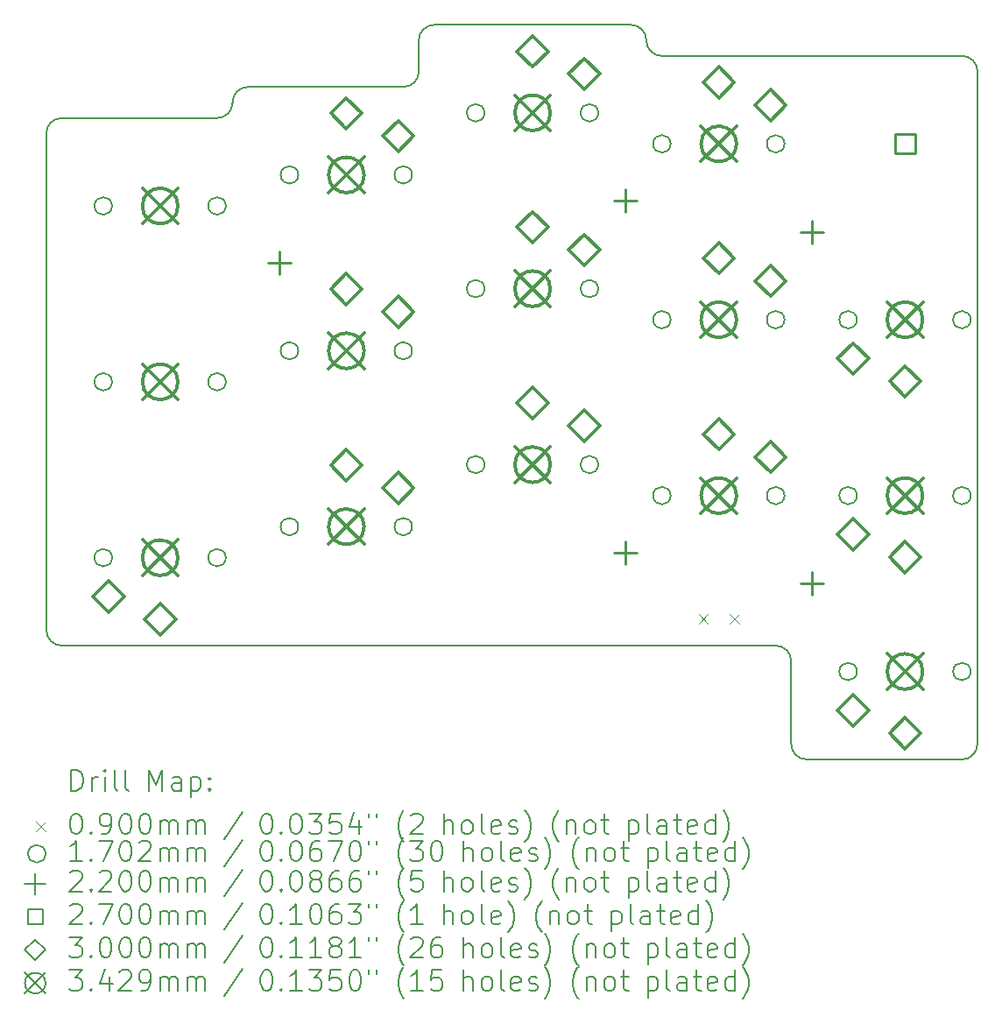
<source format=gbr>
%TF.GenerationSoftware,KiCad,Pcbnew,(7.0.0-0)*%
%TF.CreationDate,2023-06-08T17:13:15+08:00*%
%TF.ProjectId,right,72696768-742e-46b6-9963-61645f706362,v1.0.0*%
%TF.SameCoordinates,Original*%
%TF.FileFunction,Drillmap*%
%TF.FilePolarity,Positive*%
%FSLAX45Y45*%
G04 Gerber Fmt 4.5, Leading zero omitted, Abs format (unit mm)*
G04 Created by KiCad (PCBNEW (7.0.0-0)) date 2023-06-08 17:13:15*
%MOMM*%
%LPD*%
G01*
G04 APERTURE LIST*
%ADD10C,0.150000*%
%ADD11C,0.200000*%
%ADD12C,0.090000*%
%ADD13C,0.170180*%
%ADD14C,0.220000*%
%ADD15C,0.270000*%
%ADD16C,0.300000*%
%ADD17C,0.342900*%
G04 APERTURE END LIST*
D10*
X-951000Y-850000D02*
X5951000Y-850000D01*
X-1100000Y-701000D02*
X-1100000Y4101000D01*
X551000Y4250000D02*
X-951000Y4250000D01*
X2351000Y4550000D02*
X849000Y4550000D01*
X700000Y4401000D02*
X700000Y4399000D01*
X4700000Y4999000D02*
X4700000Y5001000D01*
X4551000Y5150000D02*
X2649000Y5150000D01*
X2500000Y5001000D02*
X2500000Y4699000D01*
X4849000Y4850000D02*
X7751000Y4850000D01*
X6249000Y-1950000D02*
X7751000Y-1950000D01*
X6100000Y-999000D02*
X6100000Y-1801000D01*
X7900000Y4701000D02*
X7900000Y-1801000D01*
X6100000Y-999000D02*
G75*
G03*
X5951000Y-850000I-149000J0D01*
G01*
X6100000Y-1801000D02*
G75*
G03*
X6249000Y-1950000I149000J0D01*
G01*
X7751000Y-1950000D02*
G75*
G03*
X7900000Y-1801000I0J149000D01*
G01*
X7900000Y4701000D02*
G75*
G03*
X7751000Y4850000I-149000J0D01*
G01*
X4700000Y4999000D02*
G75*
G03*
X4849000Y4850000I149000J0D01*
G01*
X4700000Y5001000D02*
G75*
G03*
X4551000Y5150000I-149000J0D01*
G01*
X2649000Y5150000D02*
G75*
G03*
X2500000Y5001000I0J-149000D01*
G01*
X2351000Y4550000D02*
G75*
G03*
X2500000Y4699000I0J149000D01*
G01*
X849000Y4550000D02*
G75*
G03*
X700000Y4401000I0J-149000D01*
G01*
X551000Y4250000D02*
G75*
G03*
X700000Y4399000I0J149000D01*
G01*
X-951000Y4250000D02*
G75*
G03*
X-1100000Y4101000I0J-149000D01*
G01*
X-1100000Y-701000D02*
G75*
G03*
X-951000Y-850000I149000J0D01*
G01*
D11*
D12*
X5205000Y-548000D02*
X5295000Y-638000D01*
X5295000Y-548000D02*
X5205000Y-638000D01*
X5505000Y-548000D02*
X5595000Y-638000D01*
X5595000Y-548000D02*
X5505000Y-638000D01*
D13*
X-464910Y3400000D02*
G75*
G03*
X-464910Y3400000I-85090J0D01*
G01*
X-464910Y1700000D02*
G75*
G03*
X-464910Y1700000I-85090J0D01*
G01*
X-464910Y0D02*
G75*
G03*
X-464910Y0I-85090J0D01*
G01*
X635090Y3400000D02*
G75*
G03*
X635090Y3400000I-85090J0D01*
G01*
X635090Y1700000D02*
G75*
G03*
X635090Y1700000I-85090J0D01*
G01*
X635090Y0D02*
G75*
G03*
X635090Y0I-85090J0D01*
G01*
X1335090Y3700000D02*
G75*
G03*
X1335090Y3700000I-85090J0D01*
G01*
X1335090Y2000000D02*
G75*
G03*
X1335090Y2000000I-85090J0D01*
G01*
X1335090Y300000D02*
G75*
G03*
X1335090Y300000I-85090J0D01*
G01*
X2435090Y3700000D02*
G75*
G03*
X2435090Y3700000I-85090J0D01*
G01*
X2435090Y2000000D02*
G75*
G03*
X2435090Y2000000I-85090J0D01*
G01*
X2435090Y300000D02*
G75*
G03*
X2435090Y300000I-85090J0D01*
G01*
X3135090Y4300000D02*
G75*
G03*
X3135090Y4300000I-85090J0D01*
G01*
X3135090Y2600000D02*
G75*
G03*
X3135090Y2600000I-85090J0D01*
G01*
X3135090Y900000D02*
G75*
G03*
X3135090Y900000I-85090J0D01*
G01*
X4235090Y4300000D02*
G75*
G03*
X4235090Y4300000I-85090J0D01*
G01*
X4235090Y2600000D02*
G75*
G03*
X4235090Y2600000I-85090J0D01*
G01*
X4235090Y900000D02*
G75*
G03*
X4235090Y900000I-85090J0D01*
G01*
X4935090Y4000000D02*
G75*
G03*
X4935090Y4000000I-85090J0D01*
G01*
X4935090Y2300000D02*
G75*
G03*
X4935090Y2300000I-85090J0D01*
G01*
X4935090Y600000D02*
G75*
G03*
X4935090Y600000I-85090J0D01*
G01*
X6035090Y4000000D02*
G75*
G03*
X6035090Y4000000I-85090J0D01*
G01*
X6035090Y2300000D02*
G75*
G03*
X6035090Y2300000I-85090J0D01*
G01*
X6035090Y600000D02*
G75*
G03*
X6035090Y600000I-85090J0D01*
G01*
X6735090Y2300000D02*
G75*
G03*
X6735090Y2300000I-85090J0D01*
G01*
X6735090Y600000D02*
G75*
G03*
X6735090Y600000I-85090J0D01*
G01*
X6735090Y-1100000D02*
G75*
G03*
X6735090Y-1100000I-85090J0D01*
G01*
X7835090Y2300000D02*
G75*
G03*
X7835090Y2300000I-85090J0D01*
G01*
X7835090Y600000D02*
G75*
G03*
X7835090Y600000I-85090J0D01*
G01*
X7835090Y-1100000D02*
G75*
G03*
X7835090Y-1100000I-85090J0D01*
G01*
D14*
X1150000Y2960000D02*
X1150000Y2740000D01*
X1040000Y2850000D02*
X1260000Y2850000D01*
X4500000Y3560000D02*
X4500000Y3340000D01*
X4390000Y3450000D02*
X4610000Y3450000D01*
X4500000Y160000D02*
X4500000Y-60000D01*
X4390000Y50000D02*
X4610000Y50000D01*
X6300000Y3260000D02*
X6300000Y3040000D01*
X6190000Y3150000D02*
X6410000Y3150000D01*
X6300000Y-140000D02*
X6300000Y-360000D01*
X6190000Y-250000D02*
X6410000Y-250000D01*
D15*
X7295460Y3904540D02*
X7295460Y4095460D01*
X7104540Y4095460D01*
X7104540Y3904540D01*
X7295460Y3904540D01*
D16*
X-500000Y-525000D02*
X-350000Y-375000D01*
X-500000Y-225000D01*
X-650000Y-375000D01*
X-500000Y-525000D01*
X0Y-745000D02*
X150000Y-595000D01*
X0Y-445000D01*
X-150000Y-595000D01*
X0Y-745000D01*
X1800000Y4145000D02*
X1950000Y4295000D01*
X1800000Y4445000D01*
X1650000Y4295000D01*
X1800000Y4145000D01*
X1800000Y2445000D02*
X1950000Y2595000D01*
X1800000Y2745000D01*
X1650000Y2595000D01*
X1800000Y2445000D01*
X1800000Y745000D02*
X1950000Y895000D01*
X1800000Y1045000D01*
X1650000Y895000D01*
X1800000Y745000D01*
X2300000Y3925000D02*
X2450000Y4075000D01*
X2300000Y4225000D01*
X2150000Y4075000D01*
X2300000Y3925000D01*
X2300000Y2225000D02*
X2450000Y2375000D01*
X2300000Y2525000D01*
X2150000Y2375000D01*
X2300000Y2225000D01*
X2300000Y525000D02*
X2450000Y675000D01*
X2300000Y825000D01*
X2150000Y675000D01*
X2300000Y525000D01*
X3600000Y4745000D02*
X3750000Y4895000D01*
X3600000Y5045000D01*
X3450000Y4895000D01*
X3600000Y4745000D01*
X3600000Y3045000D02*
X3750000Y3195000D01*
X3600000Y3345000D01*
X3450000Y3195000D01*
X3600000Y3045000D01*
X3600000Y1345000D02*
X3750000Y1495000D01*
X3600000Y1645000D01*
X3450000Y1495000D01*
X3600000Y1345000D01*
X4100000Y4525000D02*
X4250000Y4675000D01*
X4100000Y4825000D01*
X3950000Y4675000D01*
X4100000Y4525000D01*
X4100000Y2825000D02*
X4250000Y2975000D01*
X4100000Y3125000D01*
X3950000Y2975000D01*
X4100000Y2825000D01*
X4100000Y1125000D02*
X4250000Y1275000D01*
X4100000Y1425000D01*
X3950000Y1275000D01*
X4100000Y1125000D01*
X5400000Y4445000D02*
X5550000Y4595000D01*
X5400000Y4745000D01*
X5250000Y4595000D01*
X5400000Y4445000D01*
X5400000Y2745000D02*
X5550000Y2895000D01*
X5400000Y3045000D01*
X5250000Y2895000D01*
X5400000Y2745000D01*
X5400000Y1045000D02*
X5550000Y1195000D01*
X5400000Y1345000D01*
X5250000Y1195000D01*
X5400000Y1045000D01*
X5900000Y4225000D02*
X6050000Y4375000D01*
X5900000Y4525000D01*
X5750000Y4375000D01*
X5900000Y4225000D01*
X5900000Y2525000D02*
X6050000Y2675000D01*
X5900000Y2825000D01*
X5750000Y2675000D01*
X5900000Y2525000D01*
X5900000Y825000D02*
X6050000Y975000D01*
X5900000Y1125000D01*
X5750000Y975000D01*
X5900000Y825000D01*
X6700000Y1775000D02*
X6850000Y1925000D01*
X6700000Y2075000D01*
X6550000Y1925000D01*
X6700000Y1775000D01*
X6700000Y75000D02*
X6850000Y225000D01*
X6700000Y375000D01*
X6550000Y225000D01*
X6700000Y75000D01*
X6700000Y-1625000D02*
X6850000Y-1475000D01*
X6700000Y-1325000D01*
X6550000Y-1475000D01*
X6700000Y-1625000D01*
X7200000Y1555000D02*
X7350000Y1705000D01*
X7200000Y1855000D01*
X7050000Y1705000D01*
X7200000Y1555000D01*
X7200000Y-145000D02*
X7350000Y5000D01*
X7200000Y155000D01*
X7050000Y5000D01*
X7200000Y-145000D01*
X7200000Y-1845000D02*
X7350000Y-1695000D01*
X7200000Y-1545000D01*
X7050000Y-1695000D01*
X7200000Y-1845000D01*
D17*
X-171450Y3571450D02*
X171450Y3228550D01*
X171450Y3571450D02*
X-171450Y3228550D01*
X171450Y3400000D02*
G75*
G03*
X171450Y3400000I-171450J0D01*
G01*
X-171450Y1871450D02*
X171450Y1528550D01*
X171450Y1871450D02*
X-171450Y1528550D01*
X171450Y1700000D02*
G75*
G03*
X171450Y1700000I-171450J0D01*
G01*
X-171450Y171450D02*
X171450Y-171450D01*
X171450Y171450D02*
X-171450Y-171450D01*
X171450Y0D02*
G75*
G03*
X171450Y0I-171450J0D01*
G01*
X1628550Y3871450D02*
X1971450Y3528550D01*
X1971450Y3871450D02*
X1628550Y3528550D01*
X1971450Y3700000D02*
G75*
G03*
X1971450Y3700000I-171450J0D01*
G01*
X1628550Y2171450D02*
X1971450Y1828550D01*
X1971450Y2171450D02*
X1628550Y1828550D01*
X1971450Y2000000D02*
G75*
G03*
X1971450Y2000000I-171450J0D01*
G01*
X1628550Y471450D02*
X1971450Y128550D01*
X1971450Y471450D02*
X1628550Y128550D01*
X1971450Y300000D02*
G75*
G03*
X1971450Y300000I-171450J0D01*
G01*
X3428550Y4471450D02*
X3771450Y4128550D01*
X3771450Y4471450D02*
X3428550Y4128550D01*
X3771450Y4300000D02*
G75*
G03*
X3771450Y4300000I-171450J0D01*
G01*
X3428550Y2771450D02*
X3771450Y2428550D01*
X3771450Y2771450D02*
X3428550Y2428550D01*
X3771450Y2600000D02*
G75*
G03*
X3771450Y2600000I-171450J0D01*
G01*
X3428550Y1071450D02*
X3771450Y728550D01*
X3771450Y1071450D02*
X3428550Y728550D01*
X3771450Y900000D02*
G75*
G03*
X3771450Y900000I-171450J0D01*
G01*
X5228550Y4171450D02*
X5571450Y3828550D01*
X5571450Y4171450D02*
X5228550Y3828550D01*
X5571450Y4000000D02*
G75*
G03*
X5571450Y4000000I-171450J0D01*
G01*
X5228550Y2471450D02*
X5571450Y2128550D01*
X5571450Y2471450D02*
X5228550Y2128550D01*
X5571450Y2300000D02*
G75*
G03*
X5571450Y2300000I-171450J0D01*
G01*
X5228550Y771450D02*
X5571450Y428550D01*
X5571450Y771450D02*
X5228550Y428550D01*
X5571450Y600000D02*
G75*
G03*
X5571450Y600000I-171450J0D01*
G01*
X7028550Y2471450D02*
X7371450Y2128550D01*
X7371450Y2471450D02*
X7028550Y2128550D01*
X7371450Y2300000D02*
G75*
G03*
X7371450Y2300000I-171450J0D01*
G01*
X7028550Y771450D02*
X7371450Y428550D01*
X7371450Y771450D02*
X7028550Y428550D01*
X7371450Y600000D02*
G75*
G03*
X7371450Y600000I-171450J0D01*
G01*
X7028550Y-928550D02*
X7371450Y-1271450D01*
X7371450Y-928550D02*
X7028550Y-1271450D01*
X7371450Y-1100000D02*
G75*
G03*
X7371450Y-1100000I-171450J0D01*
G01*
D11*
X-859881Y-2250976D02*
X-859881Y-2050976D01*
X-859881Y-2050976D02*
X-812262Y-2050976D01*
X-812262Y-2050976D02*
X-783690Y-2060500D01*
X-783690Y-2060500D02*
X-764643Y-2079548D01*
X-764643Y-2079548D02*
X-755119Y-2098595D01*
X-755119Y-2098595D02*
X-745595Y-2136690D01*
X-745595Y-2136690D02*
X-745595Y-2165262D01*
X-745595Y-2165262D02*
X-755119Y-2203357D01*
X-755119Y-2203357D02*
X-764643Y-2222405D01*
X-764643Y-2222405D02*
X-783690Y-2241452D01*
X-783690Y-2241452D02*
X-812262Y-2250976D01*
X-812262Y-2250976D02*
X-859881Y-2250976D01*
X-659881Y-2250976D02*
X-659881Y-2117643D01*
X-659881Y-2155738D02*
X-650357Y-2136690D01*
X-650357Y-2136690D02*
X-640833Y-2127167D01*
X-640833Y-2127167D02*
X-621786Y-2117643D01*
X-621786Y-2117643D02*
X-602738Y-2117643D01*
X-536071Y-2250976D02*
X-536071Y-2117643D01*
X-536071Y-2050976D02*
X-545595Y-2060500D01*
X-545595Y-2060500D02*
X-536071Y-2070024D01*
X-536071Y-2070024D02*
X-526548Y-2060500D01*
X-526548Y-2060500D02*
X-536071Y-2050976D01*
X-536071Y-2050976D02*
X-536071Y-2070024D01*
X-412262Y-2250976D02*
X-431309Y-2241452D01*
X-431309Y-2241452D02*
X-440833Y-2222405D01*
X-440833Y-2222405D02*
X-440833Y-2050976D01*
X-307500Y-2250976D02*
X-326548Y-2241452D01*
X-326548Y-2241452D02*
X-336071Y-2222405D01*
X-336071Y-2222405D02*
X-336071Y-2050976D01*
X-111309Y-2250976D02*
X-111309Y-2050976D01*
X-111309Y-2050976D02*
X-44643Y-2193833D01*
X-44643Y-2193833D02*
X22024Y-2050976D01*
X22024Y-2050976D02*
X22024Y-2250976D01*
X202976Y-2250976D02*
X202976Y-2146214D01*
X202976Y-2146214D02*
X193452Y-2127167D01*
X193452Y-2127167D02*
X174405Y-2117643D01*
X174405Y-2117643D02*
X136309Y-2117643D01*
X136309Y-2117643D02*
X117262Y-2127167D01*
X202976Y-2241452D02*
X183928Y-2250976D01*
X183928Y-2250976D02*
X136309Y-2250976D01*
X136309Y-2250976D02*
X117262Y-2241452D01*
X117262Y-2241452D02*
X107738Y-2222405D01*
X107738Y-2222405D02*
X107738Y-2203357D01*
X107738Y-2203357D02*
X117262Y-2184310D01*
X117262Y-2184310D02*
X136309Y-2174786D01*
X136309Y-2174786D02*
X183928Y-2174786D01*
X183928Y-2174786D02*
X202976Y-2165262D01*
X298214Y-2117643D02*
X298214Y-2317643D01*
X298214Y-2127167D02*
X317262Y-2117643D01*
X317262Y-2117643D02*
X355357Y-2117643D01*
X355357Y-2117643D02*
X374405Y-2127167D01*
X374405Y-2127167D02*
X383928Y-2136690D01*
X383928Y-2136690D02*
X393452Y-2155738D01*
X393452Y-2155738D02*
X393452Y-2212881D01*
X393452Y-2212881D02*
X383928Y-2231929D01*
X383928Y-2231929D02*
X374405Y-2241452D01*
X374405Y-2241452D02*
X355357Y-2250976D01*
X355357Y-2250976D02*
X317262Y-2250976D01*
X317262Y-2250976D02*
X298214Y-2241452D01*
X479167Y-2231929D02*
X488690Y-2241452D01*
X488690Y-2241452D02*
X479167Y-2250976D01*
X479167Y-2250976D02*
X469643Y-2241452D01*
X469643Y-2241452D02*
X479167Y-2231929D01*
X479167Y-2231929D02*
X479167Y-2250976D01*
X479167Y-2127167D02*
X488690Y-2136690D01*
X488690Y-2136690D02*
X479167Y-2146214D01*
X479167Y-2146214D02*
X469643Y-2136690D01*
X469643Y-2136690D02*
X479167Y-2127167D01*
X479167Y-2127167D02*
X479167Y-2146214D01*
D12*
X-1197500Y-2552500D02*
X-1107500Y-2642500D01*
X-1107500Y-2552500D02*
X-1197500Y-2642500D01*
D11*
X-821786Y-2470976D02*
X-802738Y-2470976D01*
X-802738Y-2470976D02*
X-783690Y-2480500D01*
X-783690Y-2480500D02*
X-774167Y-2490024D01*
X-774167Y-2490024D02*
X-764643Y-2509071D01*
X-764643Y-2509071D02*
X-755119Y-2547167D01*
X-755119Y-2547167D02*
X-755119Y-2594786D01*
X-755119Y-2594786D02*
X-764643Y-2632881D01*
X-764643Y-2632881D02*
X-774167Y-2651929D01*
X-774167Y-2651929D02*
X-783690Y-2661452D01*
X-783690Y-2661452D02*
X-802738Y-2670976D01*
X-802738Y-2670976D02*
X-821786Y-2670976D01*
X-821786Y-2670976D02*
X-840833Y-2661452D01*
X-840833Y-2661452D02*
X-850357Y-2651929D01*
X-850357Y-2651929D02*
X-859881Y-2632881D01*
X-859881Y-2632881D02*
X-869405Y-2594786D01*
X-869405Y-2594786D02*
X-869405Y-2547167D01*
X-869405Y-2547167D02*
X-859881Y-2509071D01*
X-859881Y-2509071D02*
X-850357Y-2490024D01*
X-850357Y-2490024D02*
X-840833Y-2480500D01*
X-840833Y-2480500D02*
X-821786Y-2470976D01*
X-669405Y-2651929D02*
X-659881Y-2661452D01*
X-659881Y-2661452D02*
X-669405Y-2670976D01*
X-669405Y-2670976D02*
X-678929Y-2661452D01*
X-678929Y-2661452D02*
X-669405Y-2651929D01*
X-669405Y-2651929D02*
X-669405Y-2670976D01*
X-564643Y-2670976D02*
X-526548Y-2670976D01*
X-526548Y-2670976D02*
X-507500Y-2661452D01*
X-507500Y-2661452D02*
X-497976Y-2651929D01*
X-497976Y-2651929D02*
X-478928Y-2623357D01*
X-478928Y-2623357D02*
X-469405Y-2585262D01*
X-469405Y-2585262D02*
X-469405Y-2509071D01*
X-469405Y-2509071D02*
X-478928Y-2490024D01*
X-478928Y-2490024D02*
X-488452Y-2480500D01*
X-488452Y-2480500D02*
X-507500Y-2470976D01*
X-507500Y-2470976D02*
X-545595Y-2470976D01*
X-545595Y-2470976D02*
X-564643Y-2480500D01*
X-564643Y-2480500D02*
X-574167Y-2490024D01*
X-574167Y-2490024D02*
X-583690Y-2509071D01*
X-583690Y-2509071D02*
X-583690Y-2556690D01*
X-583690Y-2556690D02*
X-574167Y-2575738D01*
X-574167Y-2575738D02*
X-564643Y-2585262D01*
X-564643Y-2585262D02*
X-545595Y-2594786D01*
X-545595Y-2594786D02*
X-507500Y-2594786D01*
X-507500Y-2594786D02*
X-488452Y-2585262D01*
X-488452Y-2585262D02*
X-478928Y-2575738D01*
X-478928Y-2575738D02*
X-469405Y-2556690D01*
X-345595Y-2470976D02*
X-326548Y-2470976D01*
X-326548Y-2470976D02*
X-307500Y-2480500D01*
X-307500Y-2480500D02*
X-297976Y-2490024D01*
X-297976Y-2490024D02*
X-288452Y-2509071D01*
X-288452Y-2509071D02*
X-278929Y-2547167D01*
X-278929Y-2547167D02*
X-278929Y-2594786D01*
X-278929Y-2594786D02*
X-288452Y-2632881D01*
X-288452Y-2632881D02*
X-297976Y-2651929D01*
X-297976Y-2651929D02*
X-307500Y-2661452D01*
X-307500Y-2661452D02*
X-326548Y-2670976D01*
X-326548Y-2670976D02*
X-345595Y-2670976D01*
X-345595Y-2670976D02*
X-364643Y-2661452D01*
X-364643Y-2661452D02*
X-374167Y-2651929D01*
X-374167Y-2651929D02*
X-383690Y-2632881D01*
X-383690Y-2632881D02*
X-393214Y-2594786D01*
X-393214Y-2594786D02*
X-393214Y-2547167D01*
X-393214Y-2547167D02*
X-383690Y-2509071D01*
X-383690Y-2509071D02*
X-374167Y-2490024D01*
X-374167Y-2490024D02*
X-364643Y-2480500D01*
X-364643Y-2480500D02*
X-345595Y-2470976D01*
X-155119Y-2470976D02*
X-136071Y-2470976D01*
X-136071Y-2470976D02*
X-117024Y-2480500D01*
X-117024Y-2480500D02*
X-107500Y-2490024D01*
X-107500Y-2490024D02*
X-97976Y-2509071D01*
X-97976Y-2509071D02*
X-88452Y-2547167D01*
X-88452Y-2547167D02*
X-88452Y-2594786D01*
X-88452Y-2594786D02*
X-97976Y-2632881D01*
X-97976Y-2632881D02*
X-107500Y-2651929D01*
X-107500Y-2651929D02*
X-117024Y-2661452D01*
X-117024Y-2661452D02*
X-136071Y-2670976D01*
X-136071Y-2670976D02*
X-155119Y-2670976D01*
X-155119Y-2670976D02*
X-174167Y-2661452D01*
X-174167Y-2661452D02*
X-183690Y-2651929D01*
X-183690Y-2651929D02*
X-193214Y-2632881D01*
X-193214Y-2632881D02*
X-202738Y-2594786D01*
X-202738Y-2594786D02*
X-202738Y-2547167D01*
X-202738Y-2547167D02*
X-193214Y-2509071D01*
X-193214Y-2509071D02*
X-183690Y-2490024D01*
X-183690Y-2490024D02*
X-174167Y-2480500D01*
X-174167Y-2480500D02*
X-155119Y-2470976D01*
X-2738Y-2670976D02*
X-2738Y-2537643D01*
X-2738Y-2556690D02*
X6786Y-2547167D01*
X6786Y-2547167D02*
X25833Y-2537643D01*
X25833Y-2537643D02*
X54405Y-2537643D01*
X54405Y-2537643D02*
X73452Y-2547167D01*
X73452Y-2547167D02*
X82976Y-2566214D01*
X82976Y-2566214D02*
X82976Y-2670976D01*
X82976Y-2566214D02*
X92500Y-2547167D01*
X92500Y-2547167D02*
X111548Y-2537643D01*
X111548Y-2537643D02*
X140119Y-2537643D01*
X140119Y-2537643D02*
X159167Y-2547167D01*
X159167Y-2547167D02*
X168691Y-2566214D01*
X168691Y-2566214D02*
X168691Y-2670976D01*
X263929Y-2670976D02*
X263929Y-2537643D01*
X263929Y-2556690D02*
X273452Y-2547167D01*
X273452Y-2547167D02*
X292500Y-2537643D01*
X292500Y-2537643D02*
X321072Y-2537643D01*
X321072Y-2537643D02*
X340119Y-2547167D01*
X340119Y-2547167D02*
X349643Y-2566214D01*
X349643Y-2566214D02*
X349643Y-2670976D01*
X349643Y-2566214D02*
X359167Y-2547167D01*
X359167Y-2547167D02*
X378214Y-2537643D01*
X378214Y-2537643D02*
X406786Y-2537643D01*
X406786Y-2537643D02*
X425833Y-2547167D01*
X425833Y-2547167D02*
X435357Y-2566214D01*
X435357Y-2566214D02*
X435357Y-2670976D01*
X793452Y-2461452D02*
X622024Y-2718595D01*
X1018214Y-2470976D02*
X1037262Y-2470976D01*
X1037262Y-2470976D02*
X1056310Y-2480500D01*
X1056310Y-2480500D02*
X1065833Y-2490024D01*
X1065833Y-2490024D02*
X1075357Y-2509071D01*
X1075357Y-2509071D02*
X1084881Y-2547167D01*
X1084881Y-2547167D02*
X1084881Y-2594786D01*
X1084881Y-2594786D02*
X1075357Y-2632881D01*
X1075357Y-2632881D02*
X1065833Y-2651929D01*
X1065833Y-2651929D02*
X1056310Y-2661452D01*
X1056310Y-2661452D02*
X1037262Y-2670976D01*
X1037262Y-2670976D02*
X1018214Y-2670976D01*
X1018214Y-2670976D02*
X999167Y-2661452D01*
X999167Y-2661452D02*
X989643Y-2651929D01*
X989643Y-2651929D02*
X980119Y-2632881D01*
X980119Y-2632881D02*
X970595Y-2594786D01*
X970595Y-2594786D02*
X970595Y-2547167D01*
X970595Y-2547167D02*
X980119Y-2509071D01*
X980119Y-2509071D02*
X989643Y-2490024D01*
X989643Y-2490024D02*
X999167Y-2480500D01*
X999167Y-2480500D02*
X1018214Y-2470976D01*
X1170595Y-2651929D02*
X1180119Y-2661452D01*
X1180119Y-2661452D02*
X1170595Y-2670976D01*
X1170595Y-2670976D02*
X1161072Y-2661452D01*
X1161072Y-2661452D02*
X1170595Y-2651929D01*
X1170595Y-2651929D02*
X1170595Y-2670976D01*
X1303929Y-2470976D02*
X1322976Y-2470976D01*
X1322976Y-2470976D02*
X1342024Y-2480500D01*
X1342024Y-2480500D02*
X1351548Y-2490024D01*
X1351548Y-2490024D02*
X1361072Y-2509071D01*
X1361072Y-2509071D02*
X1370595Y-2547167D01*
X1370595Y-2547167D02*
X1370595Y-2594786D01*
X1370595Y-2594786D02*
X1361072Y-2632881D01*
X1361072Y-2632881D02*
X1351548Y-2651929D01*
X1351548Y-2651929D02*
X1342024Y-2661452D01*
X1342024Y-2661452D02*
X1322976Y-2670976D01*
X1322976Y-2670976D02*
X1303929Y-2670976D01*
X1303929Y-2670976D02*
X1284881Y-2661452D01*
X1284881Y-2661452D02*
X1275357Y-2651929D01*
X1275357Y-2651929D02*
X1265833Y-2632881D01*
X1265833Y-2632881D02*
X1256310Y-2594786D01*
X1256310Y-2594786D02*
X1256310Y-2547167D01*
X1256310Y-2547167D02*
X1265833Y-2509071D01*
X1265833Y-2509071D02*
X1275357Y-2490024D01*
X1275357Y-2490024D02*
X1284881Y-2480500D01*
X1284881Y-2480500D02*
X1303929Y-2470976D01*
X1437262Y-2470976D02*
X1561071Y-2470976D01*
X1561071Y-2470976D02*
X1494405Y-2547167D01*
X1494405Y-2547167D02*
X1522976Y-2547167D01*
X1522976Y-2547167D02*
X1542024Y-2556690D01*
X1542024Y-2556690D02*
X1551548Y-2566214D01*
X1551548Y-2566214D02*
X1561071Y-2585262D01*
X1561071Y-2585262D02*
X1561071Y-2632881D01*
X1561071Y-2632881D02*
X1551548Y-2651929D01*
X1551548Y-2651929D02*
X1542024Y-2661452D01*
X1542024Y-2661452D02*
X1522976Y-2670976D01*
X1522976Y-2670976D02*
X1465833Y-2670976D01*
X1465833Y-2670976D02*
X1446786Y-2661452D01*
X1446786Y-2661452D02*
X1437262Y-2651929D01*
X1742024Y-2470976D02*
X1646786Y-2470976D01*
X1646786Y-2470976D02*
X1637262Y-2566214D01*
X1637262Y-2566214D02*
X1646786Y-2556690D01*
X1646786Y-2556690D02*
X1665833Y-2547167D01*
X1665833Y-2547167D02*
X1713452Y-2547167D01*
X1713452Y-2547167D02*
X1732500Y-2556690D01*
X1732500Y-2556690D02*
X1742024Y-2566214D01*
X1742024Y-2566214D02*
X1751548Y-2585262D01*
X1751548Y-2585262D02*
X1751548Y-2632881D01*
X1751548Y-2632881D02*
X1742024Y-2651929D01*
X1742024Y-2651929D02*
X1732500Y-2661452D01*
X1732500Y-2661452D02*
X1713452Y-2670976D01*
X1713452Y-2670976D02*
X1665833Y-2670976D01*
X1665833Y-2670976D02*
X1646786Y-2661452D01*
X1646786Y-2661452D02*
X1637262Y-2651929D01*
X1922976Y-2537643D02*
X1922976Y-2670976D01*
X1875357Y-2461452D02*
X1827738Y-2604310D01*
X1827738Y-2604310D02*
X1951548Y-2604310D01*
X2018214Y-2470976D02*
X2018214Y-2509071D01*
X2094405Y-2470976D02*
X2094405Y-2509071D01*
X2357262Y-2747167D02*
X2347738Y-2737643D01*
X2347738Y-2737643D02*
X2328691Y-2709071D01*
X2328691Y-2709071D02*
X2319167Y-2690024D01*
X2319167Y-2690024D02*
X2309643Y-2661452D01*
X2309643Y-2661452D02*
X2300119Y-2613833D01*
X2300119Y-2613833D02*
X2300119Y-2575738D01*
X2300119Y-2575738D02*
X2309643Y-2528119D01*
X2309643Y-2528119D02*
X2319167Y-2499548D01*
X2319167Y-2499548D02*
X2328691Y-2480500D01*
X2328691Y-2480500D02*
X2347738Y-2451929D01*
X2347738Y-2451929D02*
X2357262Y-2442405D01*
X2423929Y-2490024D02*
X2433453Y-2480500D01*
X2433453Y-2480500D02*
X2452500Y-2470976D01*
X2452500Y-2470976D02*
X2500119Y-2470976D01*
X2500119Y-2470976D02*
X2519167Y-2480500D01*
X2519167Y-2480500D02*
X2528691Y-2490024D01*
X2528691Y-2490024D02*
X2538214Y-2509071D01*
X2538214Y-2509071D02*
X2538214Y-2528119D01*
X2538214Y-2528119D02*
X2528691Y-2556690D01*
X2528691Y-2556690D02*
X2414405Y-2670976D01*
X2414405Y-2670976D02*
X2538214Y-2670976D01*
X2743929Y-2670976D02*
X2743929Y-2470976D01*
X2829643Y-2670976D02*
X2829643Y-2566214D01*
X2829643Y-2566214D02*
X2820119Y-2547167D01*
X2820119Y-2547167D02*
X2801072Y-2537643D01*
X2801072Y-2537643D02*
X2772500Y-2537643D01*
X2772500Y-2537643D02*
X2753453Y-2547167D01*
X2753453Y-2547167D02*
X2743929Y-2556690D01*
X2953452Y-2670976D02*
X2934405Y-2661452D01*
X2934405Y-2661452D02*
X2924881Y-2651929D01*
X2924881Y-2651929D02*
X2915357Y-2632881D01*
X2915357Y-2632881D02*
X2915357Y-2575738D01*
X2915357Y-2575738D02*
X2924881Y-2556690D01*
X2924881Y-2556690D02*
X2934405Y-2547167D01*
X2934405Y-2547167D02*
X2953452Y-2537643D01*
X2953452Y-2537643D02*
X2982024Y-2537643D01*
X2982024Y-2537643D02*
X3001072Y-2547167D01*
X3001072Y-2547167D02*
X3010595Y-2556690D01*
X3010595Y-2556690D02*
X3020119Y-2575738D01*
X3020119Y-2575738D02*
X3020119Y-2632881D01*
X3020119Y-2632881D02*
X3010595Y-2651929D01*
X3010595Y-2651929D02*
X3001072Y-2661452D01*
X3001072Y-2661452D02*
X2982024Y-2670976D01*
X2982024Y-2670976D02*
X2953452Y-2670976D01*
X3134405Y-2670976D02*
X3115357Y-2661452D01*
X3115357Y-2661452D02*
X3105833Y-2642405D01*
X3105833Y-2642405D02*
X3105833Y-2470976D01*
X3286786Y-2661452D02*
X3267738Y-2670976D01*
X3267738Y-2670976D02*
X3229643Y-2670976D01*
X3229643Y-2670976D02*
X3210595Y-2661452D01*
X3210595Y-2661452D02*
X3201072Y-2642405D01*
X3201072Y-2642405D02*
X3201072Y-2566214D01*
X3201072Y-2566214D02*
X3210595Y-2547167D01*
X3210595Y-2547167D02*
X3229643Y-2537643D01*
X3229643Y-2537643D02*
X3267738Y-2537643D01*
X3267738Y-2537643D02*
X3286786Y-2547167D01*
X3286786Y-2547167D02*
X3296310Y-2566214D01*
X3296310Y-2566214D02*
X3296310Y-2585262D01*
X3296310Y-2585262D02*
X3201072Y-2604310D01*
X3372500Y-2661452D02*
X3391548Y-2670976D01*
X3391548Y-2670976D02*
X3429643Y-2670976D01*
X3429643Y-2670976D02*
X3448691Y-2661452D01*
X3448691Y-2661452D02*
X3458214Y-2642405D01*
X3458214Y-2642405D02*
X3458214Y-2632881D01*
X3458214Y-2632881D02*
X3448691Y-2613833D01*
X3448691Y-2613833D02*
X3429643Y-2604310D01*
X3429643Y-2604310D02*
X3401072Y-2604310D01*
X3401072Y-2604310D02*
X3382024Y-2594786D01*
X3382024Y-2594786D02*
X3372500Y-2575738D01*
X3372500Y-2575738D02*
X3372500Y-2566214D01*
X3372500Y-2566214D02*
X3382024Y-2547167D01*
X3382024Y-2547167D02*
X3401072Y-2537643D01*
X3401072Y-2537643D02*
X3429643Y-2537643D01*
X3429643Y-2537643D02*
X3448691Y-2547167D01*
X3524881Y-2747167D02*
X3534405Y-2737643D01*
X3534405Y-2737643D02*
X3553453Y-2709071D01*
X3553453Y-2709071D02*
X3562976Y-2690024D01*
X3562976Y-2690024D02*
X3572500Y-2661452D01*
X3572500Y-2661452D02*
X3582024Y-2613833D01*
X3582024Y-2613833D02*
X3582024Y-2575738D01*
X3582024Y-2575738D02*
X3572500Y-2528119D01*
X3572500Y-2528119D02*
X3562976Y-2499548D01*
X3562976Y-2499548D02*
X3553453Y-2480500D01*
X3553453Y-2480500D02*
X3534405Y-2451929D01*
X3534405Y-2451929D02*
X3524881Y-2442405D01*
X3854405Y-2747167D02*
X3844881Y-2737643D01*
X3844881Y-2737643D02*
X3825833Y-2709071D01*
X3825833Y-2709071D02*
X3816310Y-2690024D01*
X3816310Y-2690024D02*
X3806786Y-2661452D01*
X3806786Y-2661452D02*
X3797262Y-2613833D01*
X3797262Y-2613833D02*
X3797262Y-2575738D01*
X3797262Y-2575738D02*
X3806786Y-2528119D01*
X3806786Y-2528119D02*
X3816310Y-2499548D01*
X3816310Y-2499548D02*
X3825833Y-2480500D01*
X3825833Y-2480500D02*
X3844881Y-2451929D01*
X3844881Y-2451929D02*
X3854405Y-2442405D01*
X3930595Y-2537643D02*
X3930595Y-2670976D01*
X3930595Y-2556690D02*
X3940119Y-2547167D01*
X3940119Y-2547167D02*
X3959167Y-2537643D01*
X3959167Y-2537643D02*
X3987738Y-2537643D01*
X3987738Y-2537643D02*
X4006786Y-2547167D01*
X4006786Y-2547167D02*
X4016310Y-2566214D01*
X4016310Y-2566214D02*
X4016310Y-2670976D01*
X4140119Y-2670976D02*
X4121072Y-2661452D01*
X4121072Y-2661452D02*
X4111548Y-2651929D01*
X4111548Y-2651929D02*
X4102024Y-2632881D01*
X4102024Y-2632881D02*
X4102024Y-2575738D01*
X4102024Y-2575738D02*
X4111548Y-2556690D01*
X4111548Y-2556690D02*
X4121072Y-2547167D01*
X4121072Y-2547167D02*
X4140119Y-2537643D01*
X4140119Y-2537643D02*
X4168691Y-2537643D01*
X4168691Y-2537643D02*
X4187738Y-2547167D01*
X4187738Y-2547167D02*
X4197262Y-2556690D01*
X4197262Y-2556690D02*
X4206786Y-2575738D01*
X4206786Y-2575738D02*
X4206786Y-2632881D01*
X4206786Y-2632881D02*
X4197262Y-2651929D01*
X4197262Y-2651929D02*
X4187738Y-2661452D01*
X4187738Y-2661452D02*
X4168691Y-2670976D01*
X4168691Y-2670976D02*
X4140119Y-2670976D01*
X4263929Y-2537643D02*
X4340119Y-2537643D01*
X4292500Y-2470976D02*
X4292500Y-2642405D01*
X4292500Y-2642405D02*
X4302024Y-2661452D01*
X4302024Y-2661452D02*
X4321072Y-2670976D01*
X4321072Y-2670976D02*
X4340119Y-2670976D01*
X4526786Y-2537643D02*
X4526786Y-2737643D01*
X4526786Y-2547167D02*
X4545834Y-2537643D01*
X4545834Y-2537643D02*
X4583929Y-2537643D01*
X4583929Y-2537643D02*
X4602976Y-2547167D01*
X4602976Y-2547167D02*
X4612500Y-2556690D01*
X4612500Y-2556690D02*
X4622024Y-2575738D01*
X4622024Y-2575738D02*
X4622024Y-2632881D01*
X4622024Y-2632881D02*
X4612500Y-2651929D01*
X4612500Y-2651929D02*
X4602976Y-2661452D01*
X4602976Y-2661452D02*
X4583929Y-2670976D01*
X4583929Y-2670976D02*
X4545834Y-2670976D01*
X4545834Y-2670976D02*
X4526786Y-2661452D01*
X4736310Y-2670976D02*
X4717262Y-2661452D01*
X4717262Y-2661452D02*
X4707738Y-2642405D01*
X4707738Y-2642405D02*
X4707738Y-2470976D01*
X4898215Y-2670976D02*
X4898215Y-2566214D01*
X4898215Y-2566214D02*
X4888691Y-2547167D01*
X4888691Y-2547167D02*
X4869643Y-2537643D01*
X4869643Y-2537643D02*
X4831548Y-2537643D01*
X4831548Y-2537643D02*
X4812500Y-2547167D01*
X4898215Y-2661452D02*
X4879167Y-2670976D01*
X4879167Y-2670976D02*
X4831548Y-2670976D01*
X4831548Y-2670976D02*
X4812500Y-2661452D01*
X4812500Y-2661452D02*
X4802976Y-2642405D01*
X4802976Y-2642405D02*
X4802976Y-2623357D01*
X4802976Y-2623357D02*
X4812500Y-2604310D01*
X4812500Y-2604310D02*
X4831548Y-2594786D01*
X4831548Y-2594786D02*
X4879167Y-2594786D01*
X4879167Y-2594786D02*
X4898215Y-2585262D01*
X4964881Y-2537643D02*
X5041072Y-2537643D01*
X4993453Y-2470976D02*
X4993453Y-2642405D01*
X4993453Y-2642405D02*
X5002976Y-2661452D01*
X5002976Y-2661452D02*
X5022024Y-2670976D01*
X5022024Y-2670976D02*
X5041072Y-2670976D01*
X5183929Y-2661452D02*
X5164881Y-2670976D01*
X5164881Y-2670976D02*
X5126786Y-2670976D01*
X5126786Y-2670976D02*
X5107738Y-2661452D01*
X5107738Y-2661452D02*
X5098215Y-2642405D01*
X5098215Y-2642405D02*
X5098215Y-2566214D01*
X5098215Y-2566214D02*
X5107738Y-2547167D01*
X5107738Y-2547167D02*
X5126786Y-2537643D01*
X5126786Y-2537643D02*
X5164881Y-2537643D01*
X5164881Y-2537643D02*
X5183929Y-2547167D01*
X5183929Y-2547167D02*
X5193453Y-2566214D01*
X5193453Y-2566214D02*
X5193453Y-2585262D01*
X5193453Y-2585262D02*
X5098215Y-2604310D01*
X5364881Y-2670976D02*
X5364881Y-2470976D01*
X5364881Y-2661452D02*
X5345834Y-2670976D01*
X5345834Y-2670976D02*
X5307738Y-2670976D01*
X5307738Y-2670976D02*
X5288691Y-2661452D01*
X5288691Y-2661452D02*
X5279167Y-2651929D01*
X5279167Y-2651929D02*
X5269643Y-2632881D01*
X5269643Y-2632881D02*
X5269643Y-2575738D01*
X5269643Y-2575738D02*
X5279167Y-2556690D01*
X5279167Y-2556690D02*
X5288691Y-2547167D01*
X5288691Y-2547167D02*
X5307738Y-2537643D01*
X5307738Y-2537643D02*
X5345834Y-2537643D01*
X5345834Y-2537643D02*
X5364881Y-2547167D01*
X5441072Y-2747167D02*
X5450596Y-2737643D01*
X5450596Y-2737643D02*
X5469643Y-2709071D01*
X5469643Y-2709071D02*
X5479167Y-2690024D01*
X5479167Y-2690024D02*
X5488691Y-2661452D01*
X5488691Y-2661452D02*
X5498215Y-2613833D01*
X5498215Y-2613833D02*
X5498215Y-2575738D01*
X5498215Y-2575738D02*
X5488691Y-2528119D01*
X5488691Y-2528119D02*
X5479167Y-2499548D01*
X5479167Y-2499548D02*
X5469643Y-2480500D01*
X5469643Y-2480500D02*
X5450596Y-2451929D01*
X5450596Y-2451929D02*
X5441072Y-2442405D01*
D13*
X-1107500Y-2861500D02*
G75*
G03*
X-1107500Y-2861500I-85090J0D01*
G01*
D11*
X-755119Y-2934976D02*
X-869405Y-2934976D01*
X-812262Y-2934976D02*
X-812262Y-2734976D01*
X-812262Y-2734976D02*
X-831309Y-2763548D01*
X-831309Y-2763548D02*
X-850357Y-2782595D01*
X-850357Y-2782595D02*
X-869405Y-2792119D01*
X-669405Y-2915928D02*
X-659881Y-2925452D01*
X-659881Y-2925452D02*
X-669405Y-2934976D01*
X-669405Y-2934976D02*
X-678929Y-2925452D01*
X-678929Y-2925452D02*
X-669405Y-2915928D01*
X-669405Y-2915928D02*
X-669405Y-2934976D01*
X-593214Y-2734976D02*
X-459881Y-2734976D01*
X-459881Y-2734976D02*
X-545595Y-2934976D01*
X-345595Y-2734976D02*
X-326548Y-2734976D01*
X-326548Y-2734976D02*
X-307500Y-2744500D01*
X-307500Y-2744500D02*
X-297976Y-2754024D01*
X-297976Y-2754024D02*
X-288452Y-2773071D01*
X-288452Y-2773071D02*
X-278929Y-2811167D01*
X-278929Y-2811167D02*
X-278929Y-2858786D01*
X-278929Y-2858786D02*
X-288452Y-2896881D01*
X-288452Y-2896881D02*
X-297976Y-2915928D01*
X-297976Y-2915928D02*
X-307500Y-2925452D01*
X-307500Y-2925452D02*
X-326548Y-2934976D01*
X-326548Y-2934976D02*
X-345595Y-2934976D01*
X-345595Y-2934976D02*
X-364643Y-2925452D01*
X-364643Y-2925452D02*
X-374167Y-2915928D01*
X-374167Y-2915928D02*
X-383690Y-2896881D01*
X-383690Y-2896881D02*
X-393214Y-2858786D01*
X-393214Y-2858786D02*
X-393214Y-2811167D01*
X-393214Y-2811167D02*
X-383690Y-2773071D01*
X-383690Y-2773071D02*
X-374167Y-2754024D01*
X-374167Y-2754024D02*
X-364643Y-2744500D01*
X-364643Y-2744500D02*
X-345595Y-2734976D01*
X-202738Y-2754024D02*
X-193214Y-2744500D01*
X-193214Y-2744500D02*
X-174167Y-2734976D01*
X-174167Y-2734976D02*
X-126547Y-2734976D01*
X-126547Y-2734976D02*
X-107500Y-2744500D01*
X-107500Y-2744500D02*
X-97976Y-2754024D01*
X-97976Y-2754024D02*
X-88452Y-2773071D01*
X-88452Y-2773071D02*
X-88452Y-2792119D01*
X-88452Y-2792119D02*
X-97976Y-2820690D01*
X-97976Y-2820690D02*
X-212262Y-2934976D01*
X-212262Y-2934976D02*
X-88452Y-2934976D01*
X-2738Y-2934976D02*
X-2738Y-2801643D01*
X-2738Y-2820690D02*
X6786Y-2811167D01*
X6786Y-2811167D02*
X25833Y-2801643D01*
X25833Y-2801643D02*
X54405Y-2801643D01*
X54405Y-2801643D02*
X73452Y-2811167D01*
X73452Y-2811167D02*
X82976Y-2830214D01*
X82976Y-2830214D02*
X82976Y-2934976D01*
X82976Y-2830214D02*
X92500Y-2811167D01*
X92500Y-2811167D02*
X111548Y-2801643D01*
X111548Y-2801643D02*
X140119Y-2801643D01*
X140119Y-2801643D02*
X159167Y-2811167D01*
X159167Y-2811167D02*
X168691Y-2830214D01*
X168691Y-2830214D02*
X168691Y-2934976D01*
X263929Y-2934976D02*
X263929Y-2801643D01*
X263929Y-2820690D02*
X273452Y-2811167D01*
X273452Y-2811167D02*
X292500Y-2801643D01*
X292500Y-2801643D02*
X321072Y-2801643D01*
X321072Y-2801643D02*
X340119Y-2811167D01*
X340119Y-2811167D02*
X349643Y-2830214D01*
X349643Y-2830214D02*
X349643Y-2934976D01*
X349643Y-2830214D02*
X359167Y-2811167D01*
X359167Y-2811167D02*
X378214Y-2801643D01*
X378214Y-2801643D02*
X406786Y-2801643D01*
X406786Y-2801643D02*
X425833Y-2811167D01*
X425833Y-2811167D02*
X435357Y-2830214D01*
X435357Y-2830214D02*
X435357Y-2934976D01*
X793452Y-2725452D02*
X622024Y-2982595D01*
X1018214Y-2734976D02*
X1037262Y-2734976D01*
X1037262Y-2734976D02*
X1056310Y-2744500D01*
X1056310Y-2744500D02*
X1065833Y-2754024D01*
X1065833Y-2754024D02*
X1075357Y-2773071D01*
X1075357Y-2773071D02*
X1084881Y-2811167D01*
X1084881Y-2811167D02*
X1084881Y-2858786D01*
X1084881Y-2858786D02*
X1075357Y-2896881D01*
X1075357Y-2896881D02*
X1065833Y-2915928D01*
X1065833Y-2915928D02*
X1056310Y-2925452D01*
X1056310Y-2925452D02*
X1037262Y-2934976D01*
X1037262Y-2934976D02*
X1018214Y-2934976D01*
X1018214Y-2934976D02*
X999167Y-2925452D01*
X999167Y-2925452D02*
X989643Y-2915928D01*
X989643Y-2915928D02*
X980119Y-2896881D01*
X980119Y-2896881D02*
X970595Y-2858786D01*
X970595Y-2858786D02*
X970595Y-2811167D01*
X970595Y-2811167D02*
X980119Y-2773071D01*
X980119Y-2773071D02*
X989643Y-2754024D01*
X989643Y-2754024D02*
X999167Y-2744500D01*
X999167Y-2744500D02*
X1018214Y-2734976D01*
X1170595Y-2915928D02*
X1180119Y-2925452D01*
X1180119Y-2925452D02*
X1170595Y-2934976D01*
X1170595Y-2934976D02*
X1161072Y-2925452D01*
X1161072Y-2925452D02*
X1170595Y-2915928D01*
X1170595Y-2915928D02*
X1170595Y-2934976D01*
X1303929Y-2734976D02*
X1322976Y-2734976D01*
X1322976Y-2734976D02*
X1342024Y-2744500D01*
X1342024Y-2744500D02*
X1351548Y-2754024D01*
X1351548Y-2754024D02*
X1361072Y-2773071D01*
X1361072Y-2773071D02*
X1370595Y-2811167D01*
X1370595Y-2811167D02*
X1370595Y-2858786D01*
X1370595Y-2858786D02*
X1361072Y-2896881D01*
X1361072Y-2896881D02*
X1351548Y-2915928D01*
X1351548Y-2915928D02*
X1342024Y-2925452D01*
X1342024Y-2925452D02*
X1322976Y-2934976D01*
X1322976Y-2934976D02*
X1303929Y-2934976D01*
X1303929Y-2934976D02*
X1284881Y-2925452D01*
X1284881Y-2925452D02*
X1275357Y-2915928D01*
X1275357Y-2915928D02*
X1265833Y-2896881D01*
X1265833Y-2896881D02*
X1256310Y-2858786D01*
X1256310Y-2858786D02*
X1256310Y-2811167D01*
X1256310Y-2811167D02*
X1265833Y-2773071D01*
X1265833Y-2773071D02*
X1275357Y-2754024D01*
X1275357Y-2754024D02*
X1284881Y-2744500D01*
X1284881Y-2744500D02*
X1303929Y-2734976D01*
X1542024Y-2734976D02*
X1503929Y-2734976D01*
X1503929Y-2734976D02*
X1484881Y-2744500D01*
X1484881Y-2744500D02*
X1475357Y-2754024D01*
X1475357Y-2754024D02*
X1456310Y-2782595D01*
X1456310Y-2782595D02*
X1446786Y-2820690D01*
X1446786Y-2820690D02*
X1446786Y-2896881D01*
X1446786Y-2896881D02*
X1456310Y-2915928D01*
X1456310Y-2915928D02*
X1465833Y-2925452D01*
X1465833Y-2925452D02*
X1484881Y-2934976D01*
X1484881Y-2934976D02*
X1522976Y-2934976D01*
X1522976Y-2934976D02*
X1542024Y-2925452D01*
X1542024Y-2925452D02*
X1551548Y-2915928D01*
X1551548Y-2915928D02*
X1561071Y-2896881D01*
X1561071Y-2896881D02*
X1561071Y-2849262D01*
X1561071Y-2849262D02*
X1551548Y-2830214D01*
X1551548Y-2830214D02*
X1542024Y-2820690D01*
X1542024Y-2820690D02*
X1522976Y-2811167D01*
X1522976Y-2811167D02*
X1484881Y-2811167D01*
X1484881Y-2811167D02*
X1465833Y-2820690D01*
X1465833Y-2820690D02*
X1456310Y-2830214D01*
X1456310Y-2830214D02*
X1446786Y-2849262D01*
X1627738Y-2734976D02*
X1761071Y-2734976D01*
X1761071Y-2734976D02*
X1675357Y-2934976D01*
X1875357Y-2734976D02*
X1894405Y-2734976D01*
X1894405Y-2734976D02*
X1913452Y-2744500D01*
X1913452Y-2744500D02*
X1922976Y-2754024D01*
X1922976Y-2754024D02*
X1932500Y-2773071D01*
X1932500Y-2773071D02*
X1942024Y-2811167D01*
X1942024Y-2811167D02*
X1942024Y-2858786D01*
X1942024Y-2858786D02*
X1932500Y-2896881D01*
X1932500Y-2896881D02*
X1922976Y-2915928D01*
X1922976Y-2915928D02*
X1913452Y-2925452D01*
X1913452Y-2925452D02*
X1894405Y-2934976D01*
X1894405Y-2934976D02*
X1875357Y-2934976D01*
X1875357Y-2934976D02*
X1856310Y-2925452D01*
X1856310Y-2925452D02*
X1846786Y-2915928D01*
X1846786Y-2915928D02*
X1837262Y-2896881D01*
X1837262Y-2896881D02*
X1827738Y-2858786D01*
X1827738Y-2858786D02*
X1827738Y-2811167D01*
X1827738Y-2811167D02*
X1837262Y-2773071D01*
X1837262Y-2773071D02*
X1846786Y-2754024D01*
X1846786Y-2754024D02*
X1856310Y-2744500D01*
X1856310Y-2744500D02*
X1875357Y-2734976D01*
X2018214Y-2734976D02*
X2018214Y-2773071D01*
X2094405Y-2734976D02*
X2094405Y-2773071D01*
X2357262Y-3011167D02*
X2347738Y-3001643D01*
X2347738Y-3001643D02*
X2328691Y-2973071D01*
X2328691Y-2973071D02*
X2319167Y-2954024D01*
X2319167Y-2954024D02*
X2309643Y-2925452D01*
X2309643Y-2925452D02*
X2300119Y-2877833D01*
X2300119Y-2877833D02*
X2300119Y-2839738D01*
X2300119Y-2839738D02*
X2309643Y-2792119D01*
X2309643Y-2792119D02*
X2319167Y-2763548D01*
X2319167Y-2763548D02*
X2328691Y-2744500D01*
X2328691Y-2744500D02*
X2347738Y-2715929D01*
X2347738Y-2715929D02*
X2357262Y-2706405D01*
X2414405Y-2734976D02*
X2538214Y-2734976D01*
X2538214Y-2734976D02*
X2471548Y-2811167D01*
X2471548Y-2811167D02*
X2500119Y-2811167D01*
X2500119Y-2811167D02*
X2519167Y-2820690D01*
X2519167Y-2820690D02*
X2528691Y-2830214D01*
X2528691Y-2830214D02*
X2538214Y-2849262D01*
X2538214Y-2849262D02*
X2538214Y-2896881D01*
X2538214Y-2896881D02*
X2528691Y-2915928D01*
X2528691Y-2915928D02*
X2519167Y-2925452D01*
X2519167Y-2925452D02*
X2500119Y-2934976D01*
X2500119Y-2934976D02*
X2442976Y-2934976D01*
X2442976Y-2934976D02*
X2423929Y-2925452D01*
X2423929Y-2925452D02*
X2414405Y-2915928D01*
X2662024Y-2734976D02*
X2681072Y-2734976D01*
X2681072Y-2734976D02*
X2700119Y-2744500D01*
X2700119Y-2744500D02*
X2709643Y-2754024D01*
X2709643Y-2754024D02*
X2719167Y-2773071D01*
X2719167Y-2773071D02*
X2728691Y-2811167D01*
X2728691Y-2811167D02*
X2728691Y-2858786D01*
X2728691Y-2858786D02*
X2719167Y-2896881D01*
X2719167Y-2896881D02*
X2709643Y-2915928D01*
X2709643Y-2915928D02*
X2700119Y-2925452D01*
X2700119Y-2925452D02*
X2681072Y-2934976D01*
X2681072Y-2934976D02*
X2662024Y-2934976D01*
X2662024Y-2934976D02*
X2642976Y-2925452D01*
X2642976Y-2925452D02*
X2633453Y-2915928D01*
X2633453Y-2915928D02*
X2623929Y-2896881D01*
X2623929Y-2896881D02*
X2614405Y-2858786D01*
X2614405Y-2858786D02*
X2614405Y-2811167D01*
X2614405Y-2811167D02*
X2623929Y-2773071D01*
X2623929Y-2773071D02*
X2633453Y-2754024D01*
X2633453Y-2754024D02*
X2642976Y-2744500D01*
X2642976Y-2744500D02*
X2662024Y-2734976D01*
X2934405Y-2934976D02*
X2934405Y-2734976D01*
X3020119Y-2934976D02*
X3020119Y-2830214D01*
X3020119Y-2830214D02*
X3010595Y-2811167D01*
X3010595Y-2811167D02*
X2991548Y-2801643D01*
X2991548Y-2801643D02*
X2962976Y-2801643D01*
X2962976Y-2801643D02*
X2943929Y-2811167D01*
X2943929Y-2811167D02*
X2934405Y-2820690D01*
X3143929Y-2934976D02*
X3124881Y-2925452D01*
X3124881Y-2925452D02*
X3115357Y-2915928D01*
X3115357Y-2915928D02*
X3105833Y-2896881D01*
X3105833Y-2896881D02*
X3105833Y-2839738D01*
X3105833Y-2839738D02*
X3115357Y-2820690D01*
X3115357Y-2820690D02*
X3124881Y-2811167D01*
X3124881Y-2811167D02*
X3143929Y-2801643D01*
X3143929Y-2801643D02*
X3172500Y-2801643D01*
X3172500Y-2801643D02*
X3191548Y-2811167D01*
X3191548Y-2811167D02*
X3201072Y-2820690D01*
X3201072Y-2820690D02*
X3210595Y-2839738D01*
X3210595Y-2839738D02*
X3210595Y-2896881D01*
X3210595Y-2896881D02*
X3201072Y-2915928D01*
X3201072Y-2915928D02*
X3191548Y-2925452D01*
X3191548Y-2925452D02*
X3172500Y-2934976D01*
X3172500Y-2934976D02*
X3143929Y-2934976D01*
X3324881Y-2934976D02*
X3305833Y-2925452D01*
X3305833Y-2925452D02*
X3296310Y-2906405D01*
X3296310Y-2906405D02*
X3296310Y-2734976D01*
X3477262Y-2925452D02*
X3458214Y-2934976D01*
X3458214Y-2934976D02*
X3420119Y-2934976D01*
X3420119Y-2934976D02*
X3401072Y-2925452D01*
X3401072Y-2925452D02*
X3391548Y-2906405D01*
X3391548Y-2906405D02*
X3391548Y-2830214D01*
X3391548Y-2830214D02*
X3401072Y-2811167D01*
X3401072Y-2811167D02*
X3420119Y-2801643D01*
X3420119Y-2801643D02*
X3458214Y-2801643D01*
X3458214Y-2801643D02*
X3477262Y-2811167D01*
X3477262Y-2811167D02*
X3486786Y-2830214D01*
X3486786Y-2830214D02*
X3486786Y-2849262D01*
X3486786Y-2849262D02*
X3391548Y-2868309D01*
X3562976Y-2925452D02*
X3582024Y-2934976D01*
X3582024Y-2934976D02*
X3620119Y-2934976D01*
X3620119Y-2934976D02*
X3639167Y-2925452D01*
X3639167Y-2925452D02*
X3648691Y-2906405D01*
X3648691Y-2906405D02*
X3648691Y-2896881D01*
X3648691Y-2896881D02*
X3639167Y-2877833D01*
X3639167Y-2877833D02*
X3620119Y-2868309D01*
X3620119Y-2868309D02*
X3591548Y-2868309D01*
X3591548Y-2868309D02*
X3572500Y-2858786D01*
X3572500Y-2858786D02*
X3562976Y-2839738D01*
X3562976Y-2839738D02*
X3562976Y-2830214D01*
X3562976Y-2830214D02*
X3572500Y-2811167D01*
X3572500Y-2811167D02*
X3591548Y-2801643D01*
X3591548Y-2801643D02*
X3620119Y-2801643D01*
X3620119Y-2801643D02*
X3639167Y-2811167D01*
X3715357Y-3011167D02*
X3724881Y-3001643D01*
X3724881Y-3001643D02*
X3743929Y-2973071D01*
X3743929Y-2973071D02*
X3753453Y-2954024D01*
X3753453Y-2954024D02*
X3762976Y-2925452D01*
X3762976Y-2925452D02*
X3772500Y-2877833D01*
X3772500Y-2877833D02*
X3772500Y-2839738D01*
X3772500Y-2839738D02*
X3762976Y-2792119D01*
X3762976Y-2792119D02*
X3753453Y-2763548D01*
X3753453Y-2763548D02*
X3743929Y-2744500D01*
X3743929Y-2744500D02*
X3724881Y-2715929D01*
X3724881Y-2715929D02*
X3715357Y-2706405D01*
X4044881Y-3011167D02*
X4035357Y-3001643D01*
X4035357Y-3001643D02*
X4016310Y-2973071D01*
X4016310Y-2973071D02*
X4006786Y-2954024D01*
X4006786Y-2954024D02*
X3997262Y-2925452D01*
X3997262Y-2925452D02*
X3987738Y-2877833D01*
X3987738Y-2877833D02*
X3987738Y-2839738D01*
X3987738Y-2839738D02*
X3997262Y-2792119D01*
X3997262Y-2792119D02*
X4006786Y-2763548D01*
X4006786Y-2763548D02*
X4016310Y-2744500D01*
X4016310Y-2744500D02*
X4035357Y-2715929D01*
X4035357Y-2715929D02*
X4044881Y-2706405D01*
X4121072Y-2801643D02*
X4121072Y-2934976D01*
X4121072Y-2820690D02*
X4130595Y-2811167D01*
X4130595Y-2811167D02*
X4149643Y-2801643D01*
X4149643Y-2801643D02*
X4178214Y-2801643D01*
X4178214Y-2801643D02*
X4197262Y-2811167D01*
X4197262Y-2811167D02*
X4206786Y-2830214D01*
X4206786Y-2830214D02*
X4206786Y-2934976D01*
X4330595Y-2934976D02*
X4311548Y-2925452D01*
X4311548Y-2925452D02*
X4302024Y-2915928D01*
X4302024Y-2915928D02*
X4292500Y-2896881D01*
X4292500Y-2896881D02*
X4292500Y-2839738D01*
X4292500Y-2839738D02*
X4302024Y-2820690D01*
X4302024Y-2820690D02*
X4311548Y-2811167D01*
X4311548Y-2811167D02*
X4330595Y-2801643D01*
X4330595Y-2801643D02*
X4359167Y-2801643D01*
X4359167Y-2801643D02*
X4378215Y-2811167D01*
X4378215Y-2811167D02*
X4387738Y-2820690D01*
X4387738Y-2820690D02*
X4397262Y-2839738D01*
X4397262Y-2839738D02*
X4397262Y-2896881D01*
X4397262Y-2896881D02*
X4387738Y-2915928D01*
X4387738Y-2915928D02*
X4378215Y-2925452D01*
X4378215Y-2925452D02*
X4359167Y-2934976D01*
X4359167Y-2934976D02*
X4330595Y-2934976D01*
X4454405Y-2801643D02*
X4530595Y-2801643D01*
X4482976Y-2734976D02*
X4482976Y-2906405D01*
X4482976Y-2906405D02*
X4492500Y-2925452D01*
X4492500Y-2925452D02*
X4511548Y-2934976D01*
X4511548Y-2934976D02*
X4530595Y-2934976D01*
X4717262Y-2801643D02*
X4717262Y-3001643D01*
X4717262Y-2811167D02*
X4736310Y-2801643D01*
X4736310Y-2801643D02*
X4774405Y-2801643D01*
X4774405Y-2801643D02*
X4793453Y-2811167D01*
X4793453Y-2811167D02*
X4802976Y-2820690D01*
X4802976Y-2820690D02*
X4812500Y-2839738D01*
X4812500Y-2839738D02*
X4812500Y-2896881D01*
X4812500Y-2896881D02*
X4802976Y-2915928D01*
X4802976Y-2915928D02*
X4793453Y-2925452D01*
X4793453Y-2925452D02*
X4774405Y-2934976D01*
X4774405Y-2934976D02*
X4736310Y-2934976D01*
X4736310Y-2934976D02*
X4717262Y-2925452D01*
X4926786Y-2934976D02*
X4907738Y-2925452D01*
X4907738Y-2925452D02*
X4898215Y-2906405D01*
X4898215Y-2906405D02*
X4898215Y-2734976D01*
X5088691Y-2934976D02*
X5088691Y-2830214D01*
X5088691Y-2830214D02*
X5079167Y-2811167D01*
X5079167Y-2811167D02*
X5060119Y-2801643D01*
X5060119Y-2801643D02*
X5022024Y-2801643D01*
X5022024Y-2801643D02*
X5002976Y-2811167D01*
X5088691Y-2925452D02*
X5069643Y-2934976D01*
X5069643Y-2934976D02*
X5022024Y-2934976D01*
X5022024Y-2934976D02*
X5002976Y-2925452D01*
X5002976Y-2925452D02*
X4993453Y-2906405D01*
X4993453Y-2906405D02*
X4993453Y-2887357D01*
X4993453Y-2887357D02*
X5002976Y-2868309D01*
X5002976Y-2868309D02*
X5022024Y-2858786D01*
X5022024Y-2858786D02*
X5069643Y-2858786D01*
X5069643Y-2858786D02*
X5088691Y-2849262D01*
X5155357Y-2801643D02*
X5231548Y-2801643D01*
X5183929Y-2734976D02*
X5183929Y-2906405D01*
X5183929Y-2906405D02*
X5193453Y-2925452D01*
X5193453Y-2925452D02*
X5212500Y-2934976D01*
X5212500Y-2934976D02*
X5231548Y-2934976D01*
X5374405Y-2925452D02*
X5355357Y-2934976D01*
X5355357Y-2934976D02*
X5317262Y-2934976D01*
X5317262Y-2934976D02*
X5298215Y-2925452D01*
X5298215Y-2925452D02*
X5288691Y-2906405D01*
X5288691Y-2906405D02*
X5288691Y-2830214D01*
X5288691Y-2830214D02*
X5298215Y-2811167D01*
X5298215Y-2811167D02*
X5317262Y-2801643D01*
X5317262Y-2801643D02*
X5355357Y-2801643D01*
X5355357Y-2801643D02*
X5374405Y-2811167D01*
X5374405Y-2811167D02*
X5383929Y-2830214D01*
X5383929Y-2830214D02*
X5383929Y-2849262D01*
X5383929Y-2849262D02*
X5288691Y-2868309D01*
X5555357Y-2934976D02*
X5555357Y-2734976D01*
X5555357Y-2925452D02*
X5536310Y-2934976D01*
X5536310Y-2934976D02*
X5498215Y-2934976D01*
X5498215Y-2934976D02*
X5479167Y-2925452D01*
X5479167Y-2925452D02*
X5469643Y-2915928D01*
X5469643Y-2915928D02*
X5460119Y-2896881D01*
X5460119Y-2896881D02*
X5460119Y-2839738D01*
X5460119Y-2839738D02*
X5469643Y-2820690D01*
X5469643Y-2820690D02*
X5479167Y-2811167D01*
X5479167Y-2811167D02*
X5498215Y-2801643D01*
X5498215Y-2801643D02*
X5536310Y-2801643D01*
X5536310Y-2801643D02*
X5555357Y-2811167D01*
X5631548Y-3011167D02*
X5641072Y-3001643D01*
X5641072Y-3001643D02*
X5660119Y-2973071D01*
X5660119Y-2973071D02*
X5669643Y-2954024D01*
X5669643Y-2954024D02*
X5679167Y-2925452D01*
X5679167Y-2925452D02*
X5688691Y-2877833D01*
X5688691Y-2877833D02*
X5688691Y-2839738D01*
X5688691Y-2839738D02*
X5679167Y-2792119D01*
X5679167Y-2792119D02*
X5669643Y-2763548D01*
X5669643Y-2763548D02*
X5660119Y-2744500D01*
X5660119Y-2744500D02*
X5641072Y-2715929D01*
X5641072Y-2715929D02*
X5631548Y-2706405D01*
X-1207500Y-3051680D02*
X-1207500Y-3251680D01*
X-1307500Y-3151680D02*
X-1107500Y-3151680D01*
X-869405Y-3044204D02*
X-859881Y-3034680D01*
X-859881Y-3034680D02*
X-840833Y-3025156D01*
X-840833Y-3025156D02*
X-793214Y-3025156D01*
X-793214Y-3025156D02*
X-774167Y-3034680D01*
X-774167Y-3034680D02*
X-764643Y-3044204D01*
X-764643Y-3044204D02*
X-755119Y-3063251D01*
X-755119Y-3063251D02*
X-755119Y-3082299D01*
X-755119Y-3082299D02*
X-764643Y-3110870D01*
X-764643Y-3110870D02*
X-878928Y-3225156D01*
X-878928Y-3225156D02*
X-755119Y-3225156D01*
X-669405Y-3206108D02*
X-659881Y-3215632D01*
X-659881Y-3215632D02*
X-669405Y-3225156D01*
X-669405Y-3225156D02*
X-678929Y-3215632D01*
X-678929Y-3215632D02*
X-669405Y-3206108D01*
X-669405Y-3206108D02*
X-669405Y-3225156D01*
X-583690Y-3044204D02*
X-574167Y-3034680D01*
X-574167Y-3034680D02*
X-555119Y-3025156D01*
X-555119Y-3025156D02*
X-507500Y-3025156D01*
X-507500Y-3025156D02*
X-488452Y-3034680D01*
X-488452Y-3034680D02*
X-478928Y-3044204D01*
X-478928Y-3044204D02*
X-469405Y-3063251D01*
X-469405Y-3063251D02*
X-469405Y-3082299D01*
X-469405Y-3082299D02*
X-478928Y-3110870D01*
X-478928Y-3110870D02*
X-593214Y-3225156D01*
X-593214Y-3225156D02*
X-469405Y-3225156D01*
X-345595Y-3025156D02*
X-326548Y-3025156D01*
X-326548Y-3025156D02*
X-307500Y-3034680D01*
X-307500Y-3034680D02*
X-297976Y-3044204D01*
X-297976Y-3044204D02*
X-288452Y-3063251D01*
X-288452Y-3063251D02*
X-278929Y-3101347D01*
X-278929Y-3101347D02*
X-278929Y-3148966D01*
X-278929Y-3148966D02*
X-288452Y-3187061D01*
X-288452Y-3187061D02*
X-297976Y-3206108D01*
X-297976Y-3206108D02*
X-307500Y-3215632D01*
X-307500Y-3215632D02*
X-326548Y-3225156D01*
X-326548Y-3225156D02*
X-345595Y-3225156D01*
X-345595Y-3225156D02*
X-364643Y-3215632D01*
X-364643Y-3215632D02*
X-374167Y-3206108D01*
X-374167Y-3206108D02*
X-383690Y-3187061D01*
X-383690Y-3187061D02*
X-393214Y-3148966D01*
X-393214Y-3148966D02*
X-393214Y-3101347D01*
X-393214Y-3101347D02*
X-383690Y-3063251D01*
X-383690Y-3063251D02*
X-374167Y-3044204D01*
X-374167Y-3044204D02*
X-364643Y-3034680D01*
X-364643Y-3034680D02*
X-345595Y-3025156D01*
X-155119Y-3025156D02*
X-136071Y-3025156D01*
X-136071Y-3025156D02*
X-117024Y-3034680D01*
X-117024Y-3034680D02*
X-107500Y-3044204D01*
X-107500Y-3044204D02*
X-97976Y-3063251D01*
X-97976Y-3063251D02*
X-88452Y-3101347D01*
X-88452Y-3101347D02*
X-88452Y-3148966D01*
X-88452Y-3148966D02*
X-97976Y-3187061D01*
X-97976Y-3187061D02*
X-107500Y-3206108D01*
X-107500Y-3206108D02*
X-117024Y-3215632D01*
X-117024Y-3215632D02*
X-136071Y-3225156D01*
X-136071Y-3225156D02*
X-155119Y-3225156D01*
X-155119Y-3225156D02*
X-174167Y-3215632D01*
X-174167Y-3215632D02*
X-183690Y-3206108D01*
X-183690Y-3206108D02*
X-193214Y-3187061D01*
X-193214Y-3187061D02*
X-202738Y-3148966D01*
X-202738Y-3148966D02*
X-202738Y-3101347D01*
X-202738Y-3101347D02*
X-193214Y-3063251D01*
X-193214Y-3063251D02*
X-183690Y-3044204D01*
X-183690Y-3044204D02*
X-174167Y-3034680D01*
X-174167Y-3034680D02*
X-155119Y-3025156D01*
X-2738Y-3225156D02*
X-2738Y-3091823D01*
X-2738Y-3110870D02*
X6786Y-3101347D01*
X6786Y-3101347D02*
X25833Y-3091823D01*
X25833Y-3091823D02*
X54405Y-3091823D01*
X54405Y-3091823D02*
X73452Y-3101347D01*
X73452Y-3101347D02*
X82976Y-3120394D01*
X82976Y-3120394D02*
X82976Y-3225156D01*
X82976Y-3120394D02*
X92500Y-3101347D01*
X92500Y-3101347D02*
X111548Y-3091823D01*
X111548Y-3091823D02*
X140119Y-3091823D01*
X140119Y-3091823D02*
X159167Y-3101347D01*
X159167Y-3101347D02*
X168691Y-3120394D01*
X168691Y-3120394D02*
X168691Y-3225156D01*
X263929Y-3225156D02*
X263929Y-3091823D01*
X263929Y-3110870D02*
X273452Y-3101347D01*
X273452Y-3101347D02*
X292500Y-3091823D01*
X292500Y-3091823D02*
X321072Y-3091823D01*
X321072Y-3091823D02*
X340119Y-3101347D01*
X340119Y-3101347D02*
X349643Y-3120394D01*
X349643Y-3120394D02*
X349643Y-3225156D01*
X349643Y-3120394D02*
X359167Y-3101347D01*
X359167Y-3101347D02*
X378214Y-3091823D01*
X378214Y-3091823D02*
X406786Y-3091823D01*
X406786Y-3091823D02*
X425833Y-3101347D01*
X425833Y-3101347D02*
X435357Y-3120394D01*
X435357Y-3120394D02*
X435357Y-3225156D01*
X793452Y-3015632D02*
X622024Y-3272775D01*
X1018214Y-3025156D02*
X1037262Y-3025156D01*
X1037262Y-3025156D02*
X1056310Y-3034680D01*
X1056310Y-3034680D02*
X1065833Y-3044204D01*
X1065833Y-3044204D02*
X1075357Y-3063251D01*
X1075357Y-3063251D02*
X1084881Y-3101347D01*
X1084881Y-3101347D02*
X1084881Y-3148966D01*
X1084881Y-3148966D02*
X1075357Y-3187061D01*
X1075357Y-3187061D02*
X1065833Y-3206108D01*
X1065833Y-3206108D02*
X1056310Y-3215632D01*
X1056310Y-3215632D02*
X1037262Y-3225156D01*
X1037262Y-3225156D02*
X1018214Y-3225156D01*
X1018214Y-3225156D02*
X999167Y-3215632D01*
X999167Y-3215632D02*
X989643Y-3206108D01*
X989643Y-3206108D02*
X980119Y-3187061D01*
X980119Y-3187061D02*
X970595Y-3148966D01*
X970595Y-3148966D02*
X970595Y-3101347D01*
X970595Y-3101347D02*
X980119Y-3063251D01*
X980119Y-3063251D02*
X989643Y-3044204D01*
X989643Y-3044204D02*
X999167Y-3034680D01*
X999167Y-3034680D02*
X1018214Y-3025156D01*
X1170595Y-3206108D02*
X1180119Y-3215632D01*
X1180119Y-3215632D02*
X1170595Y-3225156D01*
X1170595Y-3225156D02*
X1161072Y-3215632D01*
X1161072Y-3215632D02*
X1170595Y-3206108D01*
X1170595Y-3206108D02*
X1170595Y-3225156D01*
X1303929Y-3025156D02*
X1322976Y-3025156D01*
X1322976Y-3025156D02*
X1342024Y-3034680D01*
X1342024Y-3034680D02*
X1351548Y-3044204D01*
X1351548Y-3044204D02*
X1361072Y-3063251D01*
X1361072Y-3063251D02*
X1370595Y-3101347D01*
X1370595Y-3101347D02*
X1370595Y-3148966D01*
X1370595Y-3148966D02*
X1361072Y-3187061D01*
X1361072Y-3187061D02*
X1351548Y-3206108D01*
X1351548Y-3206108D02*
X1342024Y-3215632D01*
X1342024Y-3215632D02*
X1322976Y-3225156D01*
X1322976Y-3225156D02*
X1303929Y-3225156D01*
X1303929Y-3225156D02*
X1284881Y-3215632D01*
X1284881Y-3215632D02*
X1275357Y-3206108D01*
X1275357Y-3206108D02*
X1265833Y-3187061D01*
X1265833Y-3187061D02*
X1256310Y-3148966D01*
X1256310Y-3148966D02*
X1256310Y-3101347D01*
X1256310Y-3101347D02*
X1265833Y-3063251D01*
X1265833Y-3063251D02*
X1275357Y-3044204D01*
X1275357Y-3044204D02*
X1284881Y-3034680D01*
X1284881Y-3034680D02*
X1303929Y-3025156D01*
X1484881Y-3110870D02*
X1465833Y-3101347D01*
X1465833Y-3101347D02*
X1456310Y-3091823D01*
X1456310Y-3091823D02*
X1446786Y-3072775D01*
X1446786Y-3072775D02*
X1446786Y-3063251D01*
X1446786Y-3063251D02*
X1456310Y-3044204D01*
X1456310Y-3044204D02*
X1465833Y-3034680D01*
X1465833Y-3034680D02*
X1484881Y-3025156D01*
X1484881Y-3025156D02*
X1522976Y-3025156D01*
X1522976Y-3025156D02*
X1542024Y-3034680D01*
X1542024Y-3034680D02*
X1551548Y-3044204D01*
X1551548Y-3044204D02*
X1561071Y-3063251D01*
X1561071Y-3063251D02*
X1561071Y-3072775D01*
X1561071Y-3072775D02*
X1551548Y-3091823D01*
X1551548Y-3091823D02*
X1542024Y-3101347D01*
X1542024Y-3101347D02*
X1522976Y-3110870D01*
X1522976Y-3110870D02*
X1484881Y-3110870D01*
X1484881Y-3110870D02*
X1465833Y-3120394D01*
X1465833Y-3120394D02*
X1456310Y-3129918D01*
X1456310Y-3129918D02*
X1446786Y-3148966D01*
X1446786Y-3148966D02*
X1446786Y-3187061D01*
X1446786Y-3187061D02*
X1456310Y-3206108D01*
X1456310Y-3206108D02*
X1465833Y-3215632D01*
X1465833Y-3215632D02*
X1484881Y-3225156D01*
X1484881Y-3225156D02*
X1522976Y-3225156D01*
X1522976Y-3225156D02*
X1542024Y-3215632D01*
X1542024Y-3215632D02*
X1551548Y-3206108D01*
X1551548Y-3206108D02*
X1561071Y-3187061D01*
X1561071Y-3187061D02*
X1561071Y-3148966D01*
X1561071Y-3148966D02*
X1551548Y-3129918D01*
X1551548Y-3129918D02*
X1542024Y-3120394D01*
X1542024Y-3120394D02*
X1522976Y-3110870D01*
X1732500Y-3025156D02*
X1694405Y-3025156D01*
X1694405Y-3025156D02*
X1675357Y-3034680D01*
X1675357Y-3034680D02*
X1665833Y-3044204D01*
X1665833Y-3044204D02*
X1646786Y-3072775D01*
X1646786Y-3072775D02*
X1637262Y-3110870D01*
X1637262Y-3110870D02*
X1637262Y-3187061D01*
X1637262Y-3187061D02*
X1646786Y-3206108D01*
X1646786Y-3206108D02*
X1656310Y-3215632D01*
X1656310Y-3215632D02*
X1675357Y-3225156D01*
X1675357Y-3225156D02*
X1713452Y-3225156D01*
X1713452Y-3225156D02*
X1732500Y-3215632D01*
X1732500Y-3215632D02*
X1742024Y-3206108D01*
X1742024Y-3206108D02*
X1751548Y-3187061D01*
X1751548Y-3187061D02*
X1751548Y-3139442D01*
X1751548Y-3139442D02*
X1742024Y-3120394D01*
X1742024Y-3120394D02*
X1732500Y-3110870D01*
X1732500Y-3110870D02*
X1713452Y-3101347D01*
X1713452Y-3101347D02*
X1675357Y-3101347D01*
X1675357Y-3101347D02*
X1656310Y-3110870D01*
X1656310Y-3110870D02*
X1646786Y-3120394D01*
X1646786Y-3120394D02*
X1637262Y-3139442D01*
X1922976Y-3025156D02*
X1884881Y-3025156D01*
X1884881Y-3025156D02*
X1865833Y-3034680D01*
X1865833Y-3034680D02*
X1856310Y-3044204D01*
X1856310Y-3044204D02*
X1837262Y-3072775D01*
X1837262Y-3072775D02*
X1827738Y-3110870D01*
X1827738Y-3110870D02*
X1827738Y-3187061D01*
X1827738Y-3187061D02*
X1837262Y-3206108D01*
X1837262Y-3206108D02*
X1846786Y-3215632D01*
X1846786Y-3215632D02*
X1865833Y-3225156D01*
X1865833Y-3225156D02*
X1903929Y-3225156D01*
X1903929Y-3225156D02*
X1922976Y-3215632D01*
X1922976Y-3215632D02*
X1932500Y-3206108D01*
X1932500Y-3206108D02*
X1942024Y-3187061D01*
X1942024Y-3187061D02*
X1942024Y-3139442D01*
X1942024Y-3139442D02*
X1932500Y-3120394D01*
X1932500Y-3120394D02*
X1922976Y-3110870D01*
X1922976Y-3110870D02*
X1903929Y-3101347D01*
X1903929Y-3101347D02*
X1865833Y-3101347D01*
X1865833Y-3101347D02*
X1846786Y-3110870D01*
X1846786Y-3110870D02*
X1837262Y-3120394D01*
X1837262Y-3120394D02*
X1827738Y-3139442D01*
X2018214Y-3025156D02*
X2018214Y-3063251D01*
X2094405Y-3025156D02*
X2094405Y-3063251D01*
X2357262Y-3301347D02*
X2347738Y-3291823D01*
X2347738Y-3291823D02*
X2328691Y-3263251D01*
X2328691Y-3263251D02*
X2319167Y-3244204D01*
X2319167Y-3244204D02*
X2309643Y-3215632D01*
X2309643Y-3215632D02*
X2300119Y-3168013D01*
X2300119Y-3168013D02*
X2300119Y-3129918D01*
X2300119Y-3129918D02*
X2309643Y-3082299D01*
X2309643Y-3082299D02*
X2319167Y-3053728D01*
X2319167Y-3053728D02*
X2328691Y-3034680D01*
X2328691Y-3034680D02*
X2347738Y-3006108D01*
X2347738Y-3006108D02*
X2357262Y-2996585D01*
X2528691Y-3025156D02*
X2433453Y-3025156D01*
X2433453Y-3025156D02*
X2423929Y-3120394D01*
X2423929Y-3120394D02*
X2433453Y-3110870D01*
X2433453Y-3110870D02*
X2452500Y-3101347D01*
X2452500Y-3101347D02*
X2500119Y-3101347D01*
X2500119Y-3101347D02*
X2519167Y-3110870D01*
X2519167Y-3110870D02*
X2528691Y-3120394D01*
X2528691Y-3120394D02*
X2538214Y-3139442D01*
X2538214Y-3139442D02*
X2538214Y-3187061D01*
X2538214Y-3187061D02*
X2528691Y-3206108D01*
X2528691Y-3206108D02*
X2519167Y-3215632D01*
X2519167Y-3215632D02*
X2500119Y-3225156D01*
X2500119Y-3225156D02*
X2452500Y-3225156D01*
X2452500Y-3225156D02*
X2433453Y-3215632D01*
X2433453Y-3215632D02*
X2423929Y-3206108D01*
X2743929Y-3225156D02*
X2743929Y-3025156D01*
X2829643Y-3225156D02*
X2829643Y-3120394D01*
X2829643Y-3120394D02*
X2820119Y-3101347D01*
X2820119Y-3101347D02*
X2801072Y-3091823D01*
X2801072Y-3091823D02*
X2772500Y-3091823D01*
X2772500Y-3091823D02*
X2753453Y-3101347D01*
X2753453Y-3101347D02*
X2743929Y-3110870D01*
X2953452Y-3225156D02*
X2934405Y-3215632D01*
X2934405Y-3215632D02*
X2924881Y-3206108D01*
X2924881Y-3206108D02*
X2915357Y-3187061D01*
X2915357Y-3187061D02*
X2915357Y-3129918D01*
X2915357Y-3129918D02*
X2924881Y-3110870D01*
X2924881Y-3110870D02*
X2934405Y-3101347D01*
X2934405Y-3101347D02*
X2953452Y-3091823D01*
X2953452Y-3091823D02*
X2982024Y-3091823D01*
X2982024Y-3091823D02*
X3001072Y-3101347D01*
X3001072Y-3101347D02*
X3010595Y-3110870D01*
X3010595Y-3110870D02*
X3020119Y-3129918D01*
X3020119Y-3129918D02*
X3020119Y-3187061D01*
X3020119Y-3187061D02*
X3010595Y-3206108D01*
X3010595Y-3206108D02*
X3001072Y-3215632D01*
X3001072Y-3215632D02*
X2982024Y-3225156D01*
X2982024Y-3225156D02*
X2953452Y-3225156D01*
X3134405Y-3225156D02*
X3115357Y-3215632D01*
X3115357Y-3215632D02*
X3105833Y-3196585D01*
X3105833Y-3196585D02*
X3105833Y-3025156D01*
X3286786Y-3215632D02*
X3267738Y-3225156D01*
X3267738Y-3225156D02*
X3229643Y-3225156D01*
X3229643Y-3225156D02*
X3210595Y-3215632D01*
X3210595Y-3215632D02*
X3201072Y-3196585D01*
X3201072Y-3196585D02*
X3201072Y-3120394D01*
X3201072Y-3120394D02*
X3210595Y-3101347D01*
X3210595Y-3101347D02*
X3229643Y-3091823D01*
X3229643Y-3091823D02*
X3267738Y-3091823D01*
X3267738Y-3091823D02*
X3286786Y-3101347D01*
X3286786Y-3101347D02*
X3296310Y-3120394D01*
X3296310Y-3120394D02*
X3296310Y-3139442D01*
X3296310Y-3139442D02*
X3201072Y-3158489D01*
X3372500Y-3215632D02*
X3391548Y-3225156D01*
X3391548Y-3225156D02*
X3429643Y-3225156D01*
X3429643Y-3225156D02*
X3448691Y-3215632D01*
X3448691Y-3215632D02*
X3458214Y-3196585D01*
X3458214Y-3196585D02*
X3458214Y-3187061D01*
X3458214Y-3187061D02*
X3448691Y-3168013D01*
X3448691Y-3168013D02*
X3429643Y-3158489D01*
X3429643Y-3158489D02*
X3401072Y-3158489D01*
X3401072Y-3158489D02*
X3382024Y-3148966D01*
X3382024Y-3148966D02*
X3372500Y-3129918D01*
X3372500Y-3129918D02*
X3372500Y-3120394D01*
X3372500Y-3120394D02*
X3382024Y-3101347D01*
X3382024Y-3101347D02*
X3401072Y-3091823D01*
X3401072Y-3091823D02*
X3429643Y-3091823D01*
X3429643Y-3091823D02*
X3448691Y-3101347D01*
X3524881Y-3301347D02*
X3534405Y-3291823D01*
X3534405Y-3291823D02*
X3553453Y-3263251D01*
X3553453Y-3263251D02*
X3562976Y-3244204D01*
X3562976Y-3244204D02*
X3572500Y-3215632D01*
X3572500Y-3215632D02*
X3582024Y-3168013D01*
X3582024Y-3168013D02*
X3582024Y-3129918D01*
X3582024Y-3129918D02*
X3572500Y-3082299D01*
X3572500Y-3082299D02*
X3562976Y-3053728D01*
X3562976Y-3053728D02*
X3553453Y-3034680D01*
X3553453Y-3034680D02*
X3534405Y-3006108D01*
X3534405Y-3006108D02*
X3524881Y-2996585D01*
X3854405Y-3301347D02*
X3844881Y-3291823D01*
X3844881Y-3291823D02*
X3825833Y-3263251D01*
X3825833Y-3263251D02*
X3816310Y-3244204D01*
X3816310Y-3244204D02*
X3806786Y-3215632D01*
X3806786Y-3215632D02*
X3797262Y-3168013D01*
X3797262Y-3168013D02*
X3797262Y-3129918D01*
X3797262Y-3129918D02*
X3806786Y-3082299D01*
X3806786Y-3082299D02*
X3816310Y-3053728D01*
X3816310Y-3053728D02*
X3825833Y-3034680D01*
X3825833Y-3034680D02*
X3844881Y-3006108D01*
X3844881Y-3006108D02*
X3854405Y-2996585D01*
X3930595Y-3091823D02*
X3930595Y-3225156D01*
X3930595Y-3110870D02*
X3940119Y-3101347D01*
X3940119Y-3101347D02*
X3959167Y-3091823D01*
X3959167Y-3091823D02*
X3987738Y-3091823D01*
X3987738Y-3091823D02*
X4006786Y-3101347D01*
X4006786Y-3101347D02*
X4016310Y-3120394D01*
X4016310Y-3120394D02*
X4016310Y-3225156D01*
X4140119Y-3225156D02*
X4121072Y-3215632D01*
X4121072Y-3215632D02*
X4111548Y-3206108D01*
X4111548Y-3206108D02*
X4102024Y-3187061D01*
X4102024Y-3187061D02*
X4102024Y-3129918D01*
X4102024Y-3129918D02*
X4111548Y-3110870D01*
X4111548Y-3110870D02*
X4121072Y-3101347D01*
X4121072Y-3101347D02*
X4140119Y-3091823D01*
X4140119Y-3091823D02*
X4168691Y-3091823D01*
X4168691Y-3091823D02*
X4187738Y-3101347D01*
X4187738Y-3101347D02*
X4197262Y-3110870D01*
X4197262Y-3110870D02*
X4206786Y-3129918D01*
X4206786Y-3129918D02*
X4206786Y-3187061D01*
X4206786Y-3187061D02*
X4197262Y-3206108D01*
X4197262Y-3206108D02*
X4187738Y-3215632D01*
X4187738Y-3215632D02*
X4168691Y-3225156D01*
X4168691Y-3225156D02*
X4140119Y-3225156D01*
X4263929Y-3091823D02*
X4340119Y-3091823D01*
X4292500Y-3025156D02*
X4292500Y-3196585D01*
X4292500Y-3196585D02*
X4302024Y-3215632D01*
X4302024Y-3215632D02*
X4321072Y-3225156D01*
X4321072Y-3225156D02*
X4340119Y-3225156D01*
X4526786Y-3091823D02*
X4526786Y-3291823D01*
X4526786Y-3101347D02*
X4545834Y-3091823D01*
X4545834Y-3091823D02*
X4583929Y-3091823D01*
X4583929Y-3091823D02*
X4602976Y-3101347D01*
X4602976Y-3101347D02*
X4612500Y-3110870D01*
X4612500Y-3110870D02*
X4622024Y-3129918D01*
X4622024Y-3129918D02*
X4622024Y-3187061D01*
X4622024Y-3187061D02*
X4612500Y-3206108D01*
X4612500Y-3206108D02*
X4602976Y-3215632D01*
X4602976Y-3215632D02*
X4583929Y-3225156D01*
X4583929Y-3225156D02*
X4545834Y-3225156D01*
X4545834Y-3225156D02*
X4526786Y-3215632D01*
X4736310Y-3225156D02*
X4717262Y-3215632D01*
X4717262Y-3215632D02*
X4707738Y-3196585D01*
X4707738Y-3196585D02*
X4707738Y-3025156D01*
X4898215Y-3225156D02*
X4898215Y-3120394D01*
X4898215Y-3120394D02*
X4888691Y-3101347D01*
X4888691Y-3101347D02*
X4869643Y-3091823D01*
X4869643Y-3091823D02*
X4831548Y-3091823D01*
X4831548Y-3091823D02*
X4812500Y-3101347D01*
X4898215Y-3215632D02*
X4879167Y-3225156D01*
X4879167Y-3225156D02*
X4831548Y-3225156D01*
X4831548Y-3225156D02*
X4812500Y-3215632D01*
X4812500Y-3215632D02*
X4802976Y-3196585D01*
X4802976Y-3196585D02*
X4802976Y-3177537D01*
X4802976Y-3177537D02*
X4812500Y-3158489D01*
X4812500Y-3158489D02*
X4831548Y-3148966D01*
X4831548Y-3148966D02*
X4879167Y-3148966D01*
X4879167Y-3148966D02*
X4898215Y-3139442D01*
X4964881Y-3091823D02*
X5041072Y-3091823D01*
X4993453Y-3025156D02*
X4993453Y-3196585D01*
X4993453Y-3196585D02*
X5002976Y-3215632D01*
X5002976Y-3215632D02*
X5022024Y-3225156D01*
X5022024Y-3225156D02*
X5041072Y-3225156D01*
X5183929Y-3215632D02*
X5164881Y-3225156D01*
X5164881Y-3225156D02*
X5126786Y-3225156D01*
X5126786Y-3225156D02*
X5107738Y-3215632D01*
X5107738Y-3215632D02*
X5098215Y-3196585D01*
X5098215Y-3196585D02*
X5098215Y-3120394D01*
X5098215Y-3120394D02*
X5107738Y-3101347D01*
X5107738Y-3101347D02*
X5126786Y-3091823D01*
X5126786Y-3091823D02*
X5164881Y-3091823D01*
X5164881Y-3091823D02*
X5183929Y-3101347D01*
X5183929Y-3101347D02*
X5193453Y-3120394D01*
X5193453Y-3120394D02*
X5193453Y-3139442D01*
X5193453Y-3139442D02*
X5098215Y-3158489D01*
X5364881Y-3225156D02*
X5364881Y-3025156D01*
X5364881Y-3215632D02*
X5345834Y-3225156D01*
X5345834Y-3225156D02*
X5307738Y-3225156D01*
X5307738Y-3225156D02*
X5288691Y-3215632D01*
X5288691Y-3215632D02*
X5279167Y-3206108D01*
X5279167Y-3206108D02*
X5269643Y-3187061D01*
X5269643Y-3187061D02*
X5269643Y-3129918D01*
X5269643Y-3129918D02*
X5279167Y-3110870D01*
X5279167Y-3110870D02*
X5288691Y-3101347D01*
X5288691Y-3101347D02*
X5307738Y-3091823D01*
X5307738Y-3091823D02*
X5345834Y-3091823D01*
X5345834Y-3091823D02*
X5364881Y-3101347D01*
X5441072Y-3301347D02*
X5450596Y-3291823D01*
X5450596Y-3291823D02*
X5469643Y-3263251D01*
X5469643Y-3263251D02*
X5479167Y-3244204D01*
X5479167Y-3244204D02*
X5488691Y-3215632D01*
X5488691Y-3215632D02*
X5498215Y-3168013D01*
X5498215Y-3168013D02*
X5498215Y-3129918D01*
X5498215Y-3129918D02*
X5488691Y-3082299D01*
X5488691Y-3082299D02*
X5479167Y-3053728D01*
X5479167Y-3053728D02*
X5469643Y-3034680D01*
X5469643Y-3034680D02*
X5450596Y-3006108D01*
X5450596Y-3006108D02*
X5441072Y-2996585D01*
X-1136789Y-3542391D02*
X-1136789Y-3400969D01*
X-1278211Y-3400969D01*
X-1278211Y-3542391D01*
X-1136789Y-3542391D01*
X-869405Y-3364204D02*
X-859881Y-3354680D01*
X-859881Y-3354680D02*
X-840833Y-3345156D01*
X-840833Y-3345156D02*
X-793214Y-3345156D01*
X-793214Y-3345156D02*
X-774167Y-3354680D01*
X-774167Y-3354680D02*
X-764643Y-3364204D01*
X-764643Y-3364204D02*
X-755119Y-3383251D01*
X-755119Y-3383251D02*
X-755119Y-3402299D01*
X-755119Y-3402299D02*
X-764643Y-3430870D01*
X-764643Y-3430870D02*
X-878928Y-3545156D01*
X-878928Y-3545156D02*
X-755119Y-3545156D01*
X-669405Y-3526108D02*
X-659881Y-3535632D01*
X-659881Y-3535632D02*
X-669405Y-3545156D01*
X-669405Y-3545156D02*
X-678929Y-3535632D01*
X-678929Y-3535632D02*
X-669405Y-3526108D01*
X-669405Y-3526108D02*
X-669405Y-3545156D01*
X-593214Y-3345156D02*
X-459881Y-3345156D01*
X-459881Y-3345156D02*
X-545595Y-3545156D01*
X-345595Y-3345156D02*
X-326548Y-3345156D01*
X-326548Y-3345156D02*
X-307500Y-3354680D01*
X-307500Y-3354680D02*
X-297976Y-3364204D01*
X-297976Y-3364204D02*
X-288452Y-3383251D01*
X-288452Y-3383251D02*
X-278929Y-3421347D01*
X-278929Y-3421347D02*
X-278929Y-3468966D01*
X-278929Y-3468966D02*
X-288452Y-3507061D01*
X-288452Y-3507061D02*
X-297976Y-3526108D01*
X-297976Y-3526108D02*
X-307500Y-3535632D01*
X-307500Y-3535632D02*
X-326548Y-3545156D01*
X-326548Y-3545156D02*
X-345595Y-3545156D01*
X-345595Y-3545156D02*
X-364643Y-3535632D01*
X-364643Y-3535632D02*
X-374167Y-3526108D01*
X-374167Y-3526108D02*
X-383690Y-3507061D01*
X-383690Y-3507061D02*
X-393214Y-3468966D01*
X-393214Y-3468966D02*
X-393214Y-3421347D01*
X-393214Y-3421347D02*
X-383690Y-3383251D01*
X-383690Y-3383251D02*
X-374167Y-3364204D01*
X-374167Y-3364204D02*
X-364643Y-3354680D01*
X-364643Y-3354680D02*
X-345595Y-3345156D01*
X-155119Y-3345156D02*
X-136071Y-3345156D01*
X-136071Y-3345156D02*
X-117024Y-3354680D01*
X-117024Y-3354680D02*
X-107500Y-3364204D01*
X-107500Y-3364204D02*
X-97976Y-3383251D01*
X-97976Y-3383251D02*
X-88452Y-3421347D01*
X-88452Y-3421347D02*
X-88452Y-3468966D01*
X-88452Y-3468966D02*
X-97976Y-3507061D01*
X-97976Y-3507061D02*
X-107500Y-3526108D01*
X-107500Y-3526108D02*
X-117024Y-3535632D01*
X-117024Y-3535632D02*
X-136071Y-3545156D01*
X-136071Y-3545156D02*
X-155119Y-3545156D01*
X-155119Y-3545156D02*
X-174167Y-3535632D01*
X-174167Y-3535632D02*
X-183690Y-3526108D01*
X-183690Y-3526108D02*
X-193214Y-3507061D01*
X-193214Y-3507061D02*
X-202738Y-3468966D01*
X-202738Y-3468966D02*
X-202738Y-3421347D01*
X-202738Y-3421347D02*
X-193214Y-3383251D01*
X-193214Y-3383251D02*
X-183690Y-3364204D01*
X-183690Y-3364204D02*
X-174167Y-3354680D01*
X-174167Y-3354680D02*
X-155119Y-3345156D01*
X-2738Y-3545156D02*
X-2738Y-3411823D01*
X-2738Y-3430870D02*
X6786Y-3421347D01*
X6786Y-3421347D02*
X25833Y-3411823D01*
X25833Y-3411823D02*
X54405Y-3411823D01*
X54405Y-3411823D02*
X73452Y-3421347D01*
X73452Y-3421347D02*
X82976Y-3440394D01*
X82976Y-3440394D02*
X82976Y-3545156D01*
X82976Y-3440394D02*
X92500Y-3421347D01*
X92500Y-3421347D02*
X111548Y-3411823D01*
X111548Y-3411823D02*
X140119Y-3411823D01*
X140119Y-3411823D02*
X159167Y-3421347D01*
X159167Y-3421347D02*
X168691Y-3440394D01*
X168691Y-3440394D02*
X168691Y-3545156D01*
X263929Y-3545156D02*
X263929Y-3411823D01*
X263929Y-3430870D02*
X273452Y-3421347D01*
X273452Y-3421347D02*
X292500Y-3411823D01*
X292500Y-3411823D02*
X321072Y-3411823D01*
X321072Y-3411823D02*
X340119Y-3421347D01*
X340119Y-3421347D02*
X349643Y-3440394D01*
X349643Y-3440394D02*
X349643Y-3545156D01*
X349643Y-3440394D02*
X359167Y-3421347D01*
X359167Y-3421347D02*
X378214Y-3411823D01*
X378214Y-3411823D02*
X406786Y-3411823D01*
X406786Y-3411823D02*
X425833Y-3421347D01*
X425833Y-3421347D02*
X435357Y-3440394D01*
X435357Y-3440394D02*
X435357Y-3545156D01*
X793452Y-3335632D02*
X622024Y-3592775D01*
X1018214Y-3345156D02*
X1037262Y-3345156D01*
X1037262Y-3345156D02*
X1056310Y-3354680D01*
X1056310Y-3354680D02*
X1065833Y-3364204D01*
X1065833Y-3364204D02*
X1075357Y-3383251D01*
X1075357Y-3383251D02*
X1084881Y-3421347D01*
X1084881Y-3421347D02*
X1084881Y-3468966D01*
X1084881Y-3468966D02*
X1075357Y-3507061D01*
X1075357Y-3507061D02*
X1065833Y-3526108D01*
X1065833Y-3526108D02*
X1056310Y-3535632D01*
X1056310Y-3535632D02*
X1037262Y-3545156D01*
X1037262Y-3545156D02*
X1018214Y-3545156D01*
X1018214Y-3545156D02*
X999167Y-3535632D01*
X999167Y-3535632D02*
X989643Y-3526108D01*
X989643Y-3526108D02*
X980119Y-3507061D01*
X980119Y-3507061D02*
X970595Y-3468966D01*
X970595Y-3468966D02*
X970595Y-3421347D01*
X970595Y-3421347D02*
X980119Y-3383251D01*
X980119Y-3383251D02*
X989643Y-3364204D01*
X989643Y-3364204D02*
X999167Y-3354680D01*
X999167Y-3354680D02*
X1018214Y-3345156D01*
X1170595Y-3526108D02*
X1180119Y-3535632D01*
X1180119Y-3535632D02*
X1170595Y-3545156D01*
X1170595Y-3545156D02*
X1161072Y-3535632D01*
X1161072Y-3535632D02*
X1170595Y-3526108D01*
X1170595Y-3526108D02*
X1170595Y-3545156D01*
X1370595Y-3545156D02*
X1256310Y-3545156D01*
X1313452Y-3545156D02*
X1313452Y-3345156D01*
X1313452Y-3345156D02*
X1294405Y-3373728D01*
X1294405Y-3373728D02*
X1275357Y-3392775D01*
X1275357Y-3392775D02*
X1256310Y-3402299D01*
X1494405Y-3345156D02*
X1513452Y-3345156D01*
X1513452Y-3345156D02*
X1532500Y-3354680D01*
X1532500Y-3354680D02*
X1542024Y-3364204D01*
X1542024Y-3364204D02*
X1551548Y-3383251D01*
X1551548Y-3383251D02*
X1561071Y-3421347D01*
X1561071Y-3421347D02*
X1561071Y-3468966D01*
X1561071Y-3468966D02*
X1551548Y-3507061D01*
X1551548Y-3507061D02*
X1542024Y-3526108D01*
X1542024Y-3526108D02*
X1532500Y-3535632D01*
X1532500Y-3535632D02*
X1513452Y-3545156D01*
X1513452Y-3545156D02*
X1494405Y-3545156D01*
X1494405Y-3545156D02*
X1475357Y-3535632D01*
X1475357Y-3535632D02*
X1465833Y-3526108D01*
X1465833Y-3526108D02*
X1456310Y-3507061D01*
X1456310Y-3507061D02*
X1446786Y-3468966D01*
X1446786Y-3468966D02*
X1446786Y-3421347D01*
X1446786Y-3421347D02*
X1456310Y-3383251D01*
X1456310Y-3383251D02*
X1465833Y-3364204D01*
X1465833Y-3364204D02*
X1475357Y-3354680D01*
X1475357Y-3354680D02*
X1494405Y-3345156D01*
X1732500Y-3345156D02*
X1694405Y-3345156D01*
X1694405Y-3345156D02*
X1675357Y-3354680D01*
X1675357Y-3354680D02*
X1665833Y-3364204D01*
X1665833Y-3364204D02*
X1646786Y-3392775D01*
X1646786Y-3392775D02*
X1637262Y-3430870D01*
X1637262Y-3430870D02*
X1637262Y-3507061D01*
X1637262Y-3507061D02*
X1646786Y-3526108D01*
X1646786Y-3526108D02*
X1656310Y-3535632D01*
X1656310Y-3535632D02*
X1675357Y-3545156D01*
X1675357Y-3545156D02*
X1713452Y-3545156D01*
X1713452Y-3545156D02*
X1732500Y-3535632D01*
X1732500Y-3535632D02*
X1742024Y-3526108D01*
X1742024Y-3526108D02*
X1751548Y-3507061D01*
X1751548Y-3507061D02*
X1751548Y-3459442D01*
X1751548Y-3459442D02*
X1742024Y-3440394D01*
X1742024Y-3440394D02*
X1732500Y-3430870D01*
X1732500Y-3430870D02*
X1713452Y-3421347D01*
X1713452Y-3421347D02*
X1675357Y-3421347D01*
X1675357Y-3421347D02*
X1656310Y-3430870D01*
X1656310Y-3430870D02*
X1646786Y-3440394D01*
X1646786Y-3440394D02*
X1637262Y-3459442D01*
X1818214Y-3345156D02*
X1942024Y-3345156D01*
X1942024Y-3345156D02*
X1875357Y-3421347D01*
X1875357Y-3421347D02*
X1903929Y-3421347D01*
X1903929Y-3421347D02*
X1922976Y-3430870D01*
X1922976Y-3430870D02*
X1932500Y-3440394D01*
X1932500Y-3440394D02*
X1942024Y-3459442D01*
X1942024Y-3459442D02*
X1942024Y-3507061D01*
X1942024Y-3507061D02*
X1932500Y-3526108D01*
X1932500Y-3526108D02*
X1922976Y-3535632D01*
X1922976Y-3535632D02*
X1903929Y-3545156D01*
X1903929Y-3545156D02*
X1846786Y-3545156D01*
X1846786Y-3545156D02*
X1827738Y-3535632D01*
X1827738Y-3535632D02*
X1818214Y-3526108D01*
X2018214Y-3345156D02*
X2018214Y-3383251D01*
X2094405Y-3345156D02*
X2094405Y-3383251D01*
X2357262Y-3621347D02*
X2347738Y-3611823D01*
X2347738Y-3611823D02*
X2328691Y-3583251D01*
X2328691Y-3583251D02*
X2319167Y-3564204D01*
X2319167Y-3564204D02*
X2309643Y-3535632D01*
X2309643Y-3535632D02*
X2300119Y-3488013D01*
X2300119Y-3488013D02*
X2300119Y-3449918D01*
X2300119Y-3449918D02*
X2309643Y-3402299D01*
X2309643Y-3402299D02*
X2319167Y-3373728D01*
X2319167Y-3373728D02*
X2328691Y-3354680D01*
X2328691Y-3354680D02*
X2347738Y-3326108D01*
X2347738Y-3326108D02*
X2357262Y-3316585D01*
X2538214Y-3545156D02*
X2423929Y-3545156D01*
X2481072Y-3545156D02*
X2481072Y-3345156D01*
X2481072Y-3345156D02*
X2462024Y-3373728D01*
X2462024Y-3373728D02*
X2442976Y-3392775D01*
X2442976Y-3392775D02*
X2423929Y-3402299D01*
X2743929Y-3545156D02*
X2743929Y-3345156D01*
X2829643Y-3545156D02*
X2829643Y-3440394D01*
X2829643Y-3440394D02*
X2820119Y-3421347D01*
X2820119Y-3421347D02*
X2801072Y-3411823D01*
X2801072Y-3411823D02*
X2772500Y-3411823D01*
X2772500Y-3411823D02*
X2753453Y-3421347D01*
X2753453Y-3421347D02*
X2743929Y-3430870D01*
X2953452Y-3545156D02*
X2934405Y-3535632D01*
X2934405Y-3535632D02*
X2924881Y-3526108D01*
X2924881Y-3526108D02*
X2915357Y-3507061D01*
X2915357Y-3507061D02*
X2915357Y-3449918D01*
X2915357Y-3449918D02*
X2924881Y-3430870D01*
X2924881Y-3430870D02*
X2934405Y-3421347D01*
X2934405Y-3421347D02*
X2953452Y-3411823D01*
X2953452Y-3411823D02*
X2982024Y-3411823D01*
X2982024Y-3411823D02*
X3001072Y-3421347D01*
X3001072Y-3421347D02*
X3010595Y-3430870D01*
X3010595Y-3430870D02*
X3020119Y-3449918D01*
X3020119Y-3449918D02*
X3020119Y-3507061D01*
X3020119Y-3507061D02*
X3010595Y-3526108D01*
X3010595Y-3526108D02*
X3001072Y-3535632D01*
X3001072Y-3535632D02*
X2982024Y-3545156D01*
X2982024Y-3545156D02*
X2953452Y-3545156D01*
X3134405Y-3545156D02*
X3115357Y-3535632D01*
X3115357Y-3535632D02*
X3105833Y-3516585D01*
X3105833Y-3516585D02*
X3105833Y-3345156D01*
X3286786Y-3535632D02*
X3267738Y-3545156D01*
X3267738Y-3545156D02*
X3229643Y-3545156D01*
X3229643Y-3545156D02*
X3210595Y-3535632D01*
X3210595Y-3535632D02*
X3201072Y-3516585D01*
X3201072Y-3516585D02*
X3201072Y-3440394D01*
X3201072Y-3440394D02*
X3210595Y-3421347D01*
X3210595Y-3421347D02*
X3229643Y-3411823D01*
X3229643Y-3411823D02*
X3267738Y-3411823D01*
X3267738Y-3411823D02*
X3286786Y-3421347D01*
X3286786Y-3421347D02*
X3296310Y-3440394D01*
X3296310Y-3440394D02*
X3296310Y-3459442D01*
X3296310Y-3459442D02*
X3201072Y-3478489D01*
X3362976Y-3621347D02*
X3372500Y-3611823D01*
X3372500Y-3611823D02*
X3391548Y-3583251D01*
X3391548Y-3583251D02*
X3401072Y-3564204D01*
X3401072Y-3564204D02*
X3410595Y-3535632D01*
X3410595Y-3535632D02*
X3420119Y-3488013D01*
X3420119Y-3488013D02*
X3420119Y-3449918D01*
X3420119Y-3449918D02*
X3410595Y-3402299D01*
X3410595Y-3402299D02*
X3401072Y-3373728D01*
X3401072Y-3373728D02*
X3391548Y-3354680D01*
X3391548Y-3354680D02*
X3372500Y-3326108D01*
X3372500Y-3326108D02*
X3362976Y-3316585D01*
X3692500Y-3621347D02*
X3682976Y-3611823D01*
X3682976Y-3611823D02*
X3663929Y-3583251D01*
X3663929Y-3583251D02*
X3654405Y-3564204D01*
X3654405Y-3564204D02*
X3644881Y-3535632D01*
X3644881Y-3535632D02*
X3635357Y-3488013D01*
X3635357Y-3488013D02*
X3635357Y-3449918D01*
X3635357Y-3449918D02*
X3644881Y-3402299D01*
X3644881Y-3402299D02*
X3654405Y-3373728D01*
X3654405Y-3373728D02*
X3663929Y-3354680D01*
X3663929Y-3354680D02*
X3682976Y-3326108D01*
X3682976Y-3326108D02*
X3692500Y-3316585D01*
X3768691Y-3411823D02*
X3768691Y-3545156D01*
X3768691Y-3430870D02*
X3778214Y-3421347D01*
X3778214Y-3421347D02*
X3797262Y-3411823D01*
X3797262Y-3411823D02*
X3825833Y-3411823D01*
X3825833Y-3411823D02*
X3844881Y-3421347D01*
X3844881Y-3421347D02*
X3854405Y-3440394D01*
X3854405Y-3440394D02*
X3854405Y-3545156D01*
X3978214Y-3545156D02*
X3959167Y-3535632D01*
X3959167Y-3535632D02*
X3949643Y-3526108D01*
X3949643Y-3526108D02*
X3940119Y-3507061D01*
X3940119Y-3507061D02*
X3940119Y-3449918D01*
X3940119Y-3449918D02*
X3949643Y-3430870D01*
X3949643Y-3430870D02*
X3959167Y-3421347D01*
X3959167Y-3421347D02*
X3978214Y-3411823D01*
X3978214Y-3411823D02*
X4006786Y-3411823D01*
X4006786Y-3411823D02*
X4025833Y-3421347D01*
X4025833Y-3421347D02*
X4035357Y-3430870D01*
X4035357Y-3430870D02*
X4044881Y-3449918D01*
X4044881Y-3449918D02*
X4044881Y-3507061D01*
X4044881Y-3507061D02*
X4035357Y-3526108D01*
X4035357Y-3526108D02*
X4025833Y-3535632D01*
X4025833Y-3535632D02*
X4006786Y-3545156D01*
X4006786Y-3545156D02*
X3978214Y-3545156D01*
X4102024Y-3411823D02*
X4178214Y-3411823D01*
X4130595Y-3345156D02*
X4130595Y-3516585D01*
X4130595Y-3516585D02*
X4140119Y-3535632D01*
X4140119Y-3535632D02*
X4159167Y-3545156D01*
X4159167Y-3545156D02*
X4178214Y-3545156D01*
X4364881Y-3411823D02*
X4364881Y-3611823D01*
X4364881Y-3421347D02*
X4383929Y-3411823D01*
X4383929Y-3411823D02*
X4422024Y-3411823D01*
X4422024Y-3411823D02*
X4441072Y-3421347D01*
X4441072Y-3421347D02*
X4450595Y-3430870D01*
X4450595Y-3430870D02*
X4460119Y-3449918D01*
X4460119Y-3449918D02*
X4460119Y-3507061D01*
X4460119Y-3507061D02*
X4450595Y-3526108D01*
X4450595Y-3526108D02*
X4441072Y-3535632D01*
X4441072Y-3535632D02*
X4422024Y-3545156D01*
X4422024Y-3545156D02*
X4383929Y-3545156D01*
X4383929Y-3545156D02*
X4364881Y-3535632D01*
X4574405Y-3545156D02*
X4555357Y-3535632D01*
X4555357Y-3535632D02*
X4545834Y-3516585D01*
X4545834Y-3516585D02*
X4545834Y-3345156D01*
X4736310Y-3545156D02*
X4736310Y-3440394D01*
X4736310Y-3440394D02*
X4726786Y-3421347D01*
X4726786Y-3421347D02*
X4707738Y-3411823D01*
X4707738Y-3411823D02*
X4669643Y-3411823D01*
X4669643Y-3411823D02*
X4650595Y-3421347D01*
X4736310Y-3535632D02*
X4717262Y-3545156D01*
X4717262Y-3545156D02*
X4669643Y-3545156D01*
X4669643Y-3545156D02*
X4650595Y-3535632D01*
X4650595Y-3535632D02*
X4641072Y-3516585D01*
X4641072Y-3516585D02*
X4641072Y-3497537D01*
X4641072Y-3497537D02*
X4650595Y-3478489D01*
X4650595Y-3478489D02*
X4669643Y-3468966D01*
X4669643Y-3468966D02*
X4717262Y-3468966D01*
X4717262Y-3468966D02*
X4736310Y-3459442D01*
X4802976Y-3411823D02*
X4879167Y-3411823D01*
X4831548Y-3345156D02*
X4831548Y-3516585D01*
X4831548Y-3516585D02*
X4841072Y-3535632D01*
X4841072Y-3535632D02*
X4860119Y-3545156D01*
X4860119Y-3545156D02*
X4879167Y-3545156D01*
X5022024Y-3535632D02*
X5002976Y-3545156D01*
X5002976Y-3545156D02*
X4964881Y-3545156D01*
X4964881Y-3545156D02*
X4945834Y-3535632D01*
X4945834Y-3535632D02*
X4936310Y-3516585D01*
X4936310Y-3516585D02*
X4936310Y-3440394D01*
X4936310Y-3440394D02*
X4945834Y-3421347D01*
X4945834Y-3421347D02*
X4964881Y-3411823D01*
X4964881Y-3411823D02*
X5002976Y-3411823D01*
X5002976Y-3411823D02*
X5022024Y-3421347D01*
X5022024Y-3421347D02*
X5031548Y-3440394D01*
X5031548Y-3440394D02*
X5031548Y-3459442D01*
X5031548Y-3459442D02*
X4936310Y-3478489D01*
X5202976Y-3545156D02*
X5202976Y-3345156D01*
X5202976Y-3535632D02*
X5183929Y-3545156D01*
X5183929Y-3545156D02*
X5145834Y-3545156D01*
X5145834Y-3545156D02*
X5126786Y-3535632D01*
X5126786Y-3535632D02*
X5117262Y-3526108D01*
X5117262Y-3526108D02*
X5107738Y-3507061D01*
X5107738Y-3507061D02*
X5107738Y-3449918D01*
X5107738Y-3449918D02*
X5117262Y-3430870D01*
X5117262Y-3430870D02*
X5126786Y-3421347D01*
X5126786Y-3421347D02*
X5145834Y-3411823D01*
X5145834Y-3411823D02*
X5183929Y-3411823D01*
X5183929Y-3411823D02*
X5202976Y-3421347D01*
X5279167Y-3621347D02*
X5288691Y-3611823D01*
X5288691Y-3611823D02*
X5307738Y-3583251D01*
X5307738Y-3583251D02*
X5317262Y-3564204D01*
X5317262Y-3564204D02*
X5326786Y-3535632D01*
X5326786Y-3535632D02*
X5336310Y-3488013D01*
X5336310Y-3488013D02*
X5336310Y-3449918D01*
X5336310Y-3449918D02*
X5326786Y-3402299D01*
X5326786Y-3402299D02*
X5317262Y-3373728D01*
X5317262Y-3373728D02*
X5307738Y-3354680D01*
X5307738Y-3354680D02*
X5288691Y-3326108D01*
X5288691Y-3326108D02*
X5279167Y-3316585D01*
X-1207500Y-3891680D02*
X-1107500Y-3791680D01*
X-1207500Y-3691680D01*
X-1307500Y-3791680D01*
X-1207500Y-3891680D01*
X-878928Y-3665156D02*
X-755119Y-3665156D01*
X-755119Y-3665156D02*
X-821786Y-3741347D01*
X-821786Y-3741347D02*
X-793214Y-3741347D01*
X-793214Y-3741347D02*
X-774167Y-3750870D01*
X-774167Y-3750870D02*
X-764643Y-3760394D01*
X-764643Y-3760394D02*
X-755119Y-3779442D01*
X-755119Y-3779442D02*
X-755119Y-3827061D01*
X-755119Y-3827061D02*
X-764643Y-3846108D01*
X-764643Y-3846108D02*
X-774167Y-3855632D01*
X-774167Y-3855632D02*
X-793214Y-3865156D01*
X-793214Y-3865156D02*
X-850357Y-3865156D01*
X-850357Y-3865156D02*
X-869405Y-3855632D01*
X-869405Y-3855632D02*
X-878928Y-3846108D01*
X-669405Y-3846108D02*
X-659881Y-3855632D01*
X-659881Y-3855632D02*
X-669405Y-3865156D01*
X-669405Y-3865156D02*
X-678929Y-3855632D01*
X-678929Y-3855632D02*
X-669405Y-3846108D01*
X-669405Y-3846108D02*
X-669405Y-3865156D01*
X-536071Y-3665156D02*
X-517024Y-3665156D01*
X-517024Y-3665156D02*
X-497976Y-3674680D01*
X-497976Y-3674680D02*
X-488452Y-3684204D01*
X-488452Y-3684204D02*
X-478928Y-3703251D01*
X-478928Y-3703251D02*
X-469405Y-3741347D01*
X-469405Y-3741347D02*
X-469405Y-3788966D01*
X-469405Y-3788966D02*
X-478928Y-3827061D01*
X-478928Y-3827061D02*
X-488452Y-3846108D01*
X-488452Y-3846108D02*
X-497976Y-3855632D01*
X-497976Y-3855632D02*
X-517024Y-3865156D01*
X-517024Y-3865156D02*
X-536071Y-3865156D01*
X-536071Y-3865156D02*
X-555119Y-3855632D01*
X-555119Y-3855632D02*
X-564643Y-3846108D01*
X-564643Y-3846108D02*
X-574167Y-3827061D01*
X-574167Y-3827061D02*
X-583690Y-3788966D01*
X-583690Y-3788966D02*
X-583690Y-3741347D01*
X-583690Y-3741347D02*
X-574167Y-3703251D01*
X-574167Y-3703251D02*
X-564643Y-3684204D01*
X-564643Y-3684204D02*
X-555119Y-3674680D01*
X-555119Y-3674680D02*
X-536071Y-3665156D01*
X-345595Y-3665156D02*
X-326548Y-3665156D01*
X-326548Y-3665156D02*
X-307500Y-3674680D01*
X-307500Y-3674680D02*
X-297976Y-3684204D01*
X-297976Y-3684204D02*
X-288452Y-3703251D01*
X-288452Y-3703251D02*
X-278929Y-3741347D01*
X-278929Y-3741347D02*
X-278929Y-3788966D01*
X-278929Y-3788966D02*
X-288452Y-3827061D01*
X-288452Y-3827061D02*
X-297976Y-3846108D01*
X-297976Y-3846108D02*
X-307500Y-3855632D01*
X-307500Y-3855632D02*
X-326548Y-3865156D01*
X-326548Y-3865156D02*
X-345595Y-3865156D01*
X-345595Y-3865156D02*
X-364643Y-3855632D01*
X-364643Y-3855632D02*
X-374167Y-3846108D01*
X-374167Y-3846108D02*
X-383690Y-3827061D01*
X-383690Y-3827061D02*
X-393214Y-3788966D01*
X-393214Y-3788966D02*
X-393214Y-3741347D01*
X-393214Y-3741347D02*
X-383690Y-3703251D01*
X-383690Y-3703251D02*
X-374167Y-3684204D01*
X-374167Y-3684204D02*
X-364643Y-3674680D01*
X-364643Y-3674680D02*
X-345595Y-3665156D01*
X-155119Y-3665156D02*
X-136071Y-3665156D01*
X-136071Y-3665156D02*
X-117024Y-3674680D01*
X-117024Y-3674680D02*
X-107500Y-3684204D01*
X-107500Y-3684204D02*
X-97976Y-3703251D01*
X-97976Y-3703251D02*
X-88452Y-3741347D01*
X-88452Y-3741347D02*
X-88452Y-3788966D01*
X-88452Y-3788966D02*
X-97976Y-3827061D01*
X-97976Y-3827061D02*
X-107500Y-3846108D01*
X-107500Y-3846108D02*
X-117024Y-3855632D01*
X-117024Y-3855632D02*
X-136071Y-3865156D01*
X-136071Y-3865156D02*
X-155119Y-3865156D01*
X-155119Y-3865156D02*
X-174167Y-3855632D01*
X-174167Y-3855632D02*
X-183690Y-3846108D01*
X-183690Y-3846108D02*
X-193214Y-3827061D01*
X-193214Y-3827061D02*
X-202738Y-3788966D01*
X-202738Y-3788966D02*
X-202738Y-3741347D01*
X-202738Y-3741347D02*
X-193214Y-3703251D01*
X-193214Y-3703251D02*
X-183690Y-3684204D01*
X-183690Y-3684204D02*
X-174167Y-3674680D01*
X-174167Y-3674680D02*
X-155119Y-3665156D01*
X-2738Y-3865156D02*
X-2738Y-3731823D01*
X-2738Y-3750870D02*
X6786Y-3741347D01*
X6786Y-3741347D02*
X25833Y-3731823D01*
X25833Y-3731823D02*
X54405Y-3731823D01*
X54405Y-3731823D02*
X73452Y-3741347D01*
X73452Y-3741347D02*
X82976Y-3760394D01*
X82976Y-3760394D02*
X82976Y-3865156D01*
X82976Y-3760394D02*
X92500Y-3741347D01*
X92500Y-3741347D02*
X111548Y-3731823D01*
X111548Y-3731823D02*
X140119Y-3731823D01*
X140119Y-3731823D02*
X159167Y-3741347D01*
X159167Y-3741347D02*
X168691Y-3760394D01*
X168691Y-3760394D02*
X168691Y-3865156D01*
X263929Y-3865156D02*
X263929Y-3731823D01*
X263929Y-3750870D02*
X273452Y-3741347D01*
X273452Y-3741347D02*
X292500Y-3731823D01*
X292500Y-3731823D02*
X321072Y-3731823D01*
X321072Y-3731823D02*
X340119Y-3741347D01*
X340119Y-3741347D02*
X349643Y-3760394D01*
X349643Y-3760394D02*
X349643Y-3865156D01*
X349643Y-3760394D02*
X359167Y-3741347D01*
X359167Y-3741347D02*
X378214Y-3731823D01*
X378214Y-3731823D02*
X406786Y-3731823D01*
X406786Y-3731823D02*
X425833Y-3741347D01*
X425833Y-3741347D02*
X435357Y-3760394D01*
X435357Y-3760394D02*
X435357Y-3865156D01*
X793452Y-3655632D02*
X622024Y-3912775D01*
X1018214Y-3665156D02*
X1037262Y-3665156D01*
X1037262Y-3665156D02*
X1056310Y-3674680D01*
X1056310Y-3674680D02*
X1065833Y-3684204D01*
X1065833Y-3684204D02*
X1075357Y-3703251D01*
X1075357Y-3703251D02*
X1084881Y-3741347D01*
X1084881Y-3741347D02*
X1084881Y-3788966D01*
X1084881Y-3788966D02*
X1075357Y-3827061D01*
X1075357Y-3827061D02*
X1065833Y-3846108D01*
X1065833Y-3846108D02*
X1056310Y-3855632D01*
X1056310Y-3855632D02*
X1037262Y-3865156D01*
X1037262Y-3865156D02*
X1018214Y-3865156D01*
X1018214Y-3865156D02*
X999167Y-3855632D01*
X999167Y-3855632D02*
X989643Y-3846108D01*
X989643Y-3846108D02*
X980119Y-3827061D01*
X980119Y-3827061D02*
X970595Y-3788966D01*
X970595Y-3788966D02*
X970595Y-3741347D01*
X970595Y-3741347D02*
X980119Y-3703251D01*
X980119Y-3703251D02*
X989643Y-3684204D01*
X989643Y-3684204D02*
X999167Y-3674680D01*
X999167Y-3674680D02*
X1018214Y-3665156D01*
X1170595Y-3846108D02*
X1180119Y-3855632D01*
X1180119Y-3855632D02*
X1170595Y-3865156D01*
X1170595Y-3865156D02*
X1161072Y-3855632D01*
X1161072Y-3855632D02*
X1170595Y-3846108D01*
X1170595Y-3846108D02*
X1170595Y-3865156D01*
X1370595Y-3865156D02*
X1256310Y-3865156D01*
X1313452Y-3865156D02*
X1313452Y-3665156D01*
X1313452Y-3665156D02*
X1294405Y-3693728D01*
X1294405Y-3693728D02*
X1275357Y-3712775D01*
X1275357Y-3712775D02*
X1256310Y-3722299D01*
X1561071Y-3865156D02*
X1446786Y-3865156D01*
X1503929Y-3865156D02*
X1503929Y-3665156D01*
X1503929Y-3665156D02*
X1484881Y-3693728D01*
X1484881Y-3693728D02*
X1465833Y-3712775D01*
X1465833Y-3712775D02*
X1446786Y-3722299D01*
X1675357Y-3750870D02*
X1656310Y-3741347D01*
X1656310Y-3741347D02*
X1646786Y-3731823D01*
X1646786Y-3731823D02*
X1637262Y-3712775D01*
X1637262Y-3712775D02*
X1637262Y-3703251D01*
X1637262Y-3703251D02*
X1646786Y-3684204D01*
X1646786Y-3684204D02*
X1656310Y-3674680D01*
X1656310Y-3674680D02*
X1675357Y-3665156D01*
X1675357Y-3665156D02*
X1713452Y-3665156D01*
X1713452Y-3665156D02*
X1732500Y-3674680D01*
X1732500Y-3674680D02*
X1742024Y-3684204D01*
X1742024Y-3684204D02*
X1751548Y-3703251D01*
X1751548Y-3703251D02*
X1751548Y-3712775D01*
X1751548Y-3712775D02*
X1742024Y-3731823D01*
X1742024Y-3731823D02*
X1732500Y-3741347D01*
X1732500Y-3741347D02*
X1713452Y-3750870D01*
X1713452Y-3750870D02*
X1675357Y-3750870D01*
X1675357Y-3750870D02*
X1656310Y-3760394D01*
X1656310Y-3760394D02*
X1646786Y-3769918D01*
X1646786Y-3769918D02*
X1637262Y-3788966D01*
X1637262Y-3788966D02*
X1637262Y-3827061D01*
X1637262Y-3827061D02*
X1646786Y-3846108D01*
X1646786Y-3846108D02*
X1656310Y-3855632D01*
X1656310Y-3855632D02*
X1675357Y-3865156D01*
X1675357Y-3865156D02*
X1713452Y-3865156D01*
X1713452Y-3865156D02*
X1732500Y-3855632D01*
X1732500Y-3855632D02*
X1742024Y-3846108D01*
X1742024Y-3846108D02*
X1751548Y-3827061D01*
X1751548Y-3827061D02*
X1751548Y-3788966D01*
X1751548Y-3788966D02*
X1742024Y-3769918D01*
X1742024Y-3769918D02*
X1732500Y-3760394D01*
X1732500Y-3760394D02*
X1713452Y-3750870D01*
X1942024Y-3865156D02*
X1827738Y-3865156D01*
X1884881Y-3865156D02*
X1884881Y-3665156D01*
X1884881Y-3665156D02*
X1865833Y-3693728D01*
X1865833Y-3693728D02*
X1846786Y-3712775D01*
X1846786Y-3712775D02*
X1827738Y-3722299D01*
X2018214Y-3665156D02*
X2018214Y-3703251D01*
X2094405Y-3665156D02*
X2094405Y-3703251D01*
X2357262Y-3941347D02*
X2347738Y-3931823D01*
X2347738Y-3931823D02*
X2328691Y-3903251D01*
X2328691Y-3903251D02*
X2319167Y-3884204D01*
X2319167Y-3884204D02*
X2309643Y-3855632D01*
X2309643Y-3855632D02*
X2300119Y-3808013D01*
X2300119Y-3808013D02*
X2300119Y-3769918D01*
X2300119Y-3769918D02*
X2309643Y-3722299D01*
X2309643Y-3722299D02*
X2319167Y-3693728D01*
X2319167Y-3693728D02*
X2328691Y-3674680D01*
X2328691Y-3674680D02*
X2347738Y-3646108D01*
X2347738Y-3646108D02*
X2357262Y-3636585D01*
X2423929Y-3684204D02*
X2433453Y-3674680D01*
X2433453Y-3674680D02*
X2452500Y-3665156D01*
X2452500Y-3665156D02*
X2500119Y-3665156D01*
X2500119Y-3665156D02*
X2519167Y-3674680D01*
X2519167Y-3674680D02*
X2528691Y-3684204D01*
X2528691Y-3684204D02*
X2538214Y-3703251D01*
X2538214Y-3703251D02*
X2538214Y-3722299D01*
X2538214Y-3722299D02*
X2528691Y-3750870D01*
X2528691Y-3750870D02*
X2414405Y-3865156D01*
X2414405Y-3865156D02*
X2538214Y-3865156D01*
X2709643Y-3665156D02*
X2671548Y-3665156D01*
X2671548Y-3665156D02*
X2652500Y-3674680D01*
X2652500Y-3674680D02*
X2642976Y-3684204D01*
X2642976Y-3684204D02*
X2623929Y-3712775D01*
X2623929Y-3712775D02*
X2614405Y-3750870D01*
X2614405Y-3750870D02*
X2614405Y-3827061D01*
X2614405Y-3827061D02*
X2623929Y-3846108D01*
X2623929Y-3846108D02*
X2633453Y-3855632D01*
X2633453Y-3855632D02*
X2652500Y-3865156D01*
X2652500Y-3865156D02*
X2690595Y-3865156D01*
X2690595Y-3865156D02*
X2709643Y-3855632D01*
X2709643Y-3855632D02*
X2719167Y-3846108D01*
X2719167Y-3846108D02*
X2728691Y-3827061D01*
X2728691Y-3827061D02*
X2728691Y-3779442D01*
X2728691Y-3779442D02*
X2719167Y-3760394D01*
X2719167Y-3760394D02*
X2709643Y-3750870D01*
X2709643Y-3750870D02*
X2690595Y-3741347D01*
X2690595Y-3741347D02*
X2652500Y-3741347D01*
X2652500Y-3741347D02*
X2633453Y-3750870D01*
X2633453Y-3750870D02*
X2623929Y-3760394D01*
X2623929Y-3760394D02*
X2614405Y-3779442D01*
X2934405Y-3865156D02*
X2934405Y-3665156D01*
X3020119Y-3865156D02*
X3020119Y-3760394D01*
X3020119Y-3760394D02*
X3010595Y-3741347D01*
X3010595Y-3741347D02*
X2991548Y-3731823D01*
X2991548Y-3731823D02*
X2962976Y-3731823D01*
X2962976Y-3731823D02*
X2943929Y-3741347D01*
X2943929Y-3741347D02*
X2934405Y-3750870D01*
X3143929Y-3865156D02*
X3124881Y-3855632D01*
X3124881Y-3855632D02*
X3115357Y-3846108D01*
X3115357Y-3846108D02*
X3105833Y-3827061D01*
X3105833Y-3827061D02*
X3105833Y-3769918D01*
X3105833Y-3769918D02*
X3115357Y-3750870D01*
X3115357Y-3750870D02*
X3124881Y-3741347D01*
X3124881Y-3741347D02*
X3143929Y-3731823D01*
X3143929Y-3731823D02*
X3172500Y-3731823D01*
X3172500Y-3731823D02*
X3191548Y-3741347D01*
X3191548Y-3741347D02*
X3201072Y-3750870D01*
X3201072Y-3750870D02*
X3210595Y-3769918D01*
X3210595Y-3769918D02*
X3210595Y-3827061D01*
X3210595Y-3827061D02*
X3201072Y-3846108D01*
X3201072Y-3846108D02*
X3191548Y-3855632D01*
X3191548Y-3855632D02*
X3172500Y-3865156D01*
X3172500Y-3865156D02*
X3143929Y-3865156D01*
X3324881Y-3865156D02*
X3305833Y-3855632D01*
X3305833Y-3855632D02*
X3296310Y-3836585D01*
X3296310Y-3836585D02*
X3296310Y-3665156D01*
X3477262Y-3855632D02*
X3458214Y-3865156D01*
X3458214Y-3865156D02*
X3420119Y-3865156D01*
X3420119Y-3865156D02*
X3401072Y-3855632D01*
X3401072Y-3855632D02*
X3391548Y-3836585D01*
X3391548Y-3836585D02*
X3391548Y-3760394D01*
X3391548Y-3760394D02*
X3401072Y-3741347D01*
X3401072Y-3741347D02*
X3420119Y-3731823D01*
X3420119Y-3731823D02*
X3458214Y-3731823D01*
X3458214Y-3731823D02*
X3477262Y-3741347D01*
X3477262Y-3741347D02*
X3486786Y-3760394D01*
X3486786Y-3760394D02*
X3486786Y-3779442D01*
X3486786Y-3779442D02*
X3391548Y-3798489D01*
X3562976Y-3855632D02*
X3582024Y-3865156D01*
X3582024Y-3865156D02*
X3620119Y-3865156D01*
X3620119Y-3865156D02*
X3639167Y-3855632D01*
X3639167Y-3855632D02*
X3648691Y-3836585D01*
X3648691Y-3836585D02*
X3648691Y-3827061D01*
X3648691Y-3827061D02*
X3639167Y-3808013D01*
X3639167Y-3808013D02*
X3620119Y-3798489D01*
X3620119Y-3798489D02*
X3591548Y-3798489D01*
X3591548Y-3798489D02*
X3572500Y-3788966D01*
X3572500Y-3788966D02*
X3562976Y-3769918D01*
X3562976Y-3769918D02*
X3562976Y-3760394D01*
X3562976Y-3760394D02*
X3572500Y-3741347D01*
X3572500Y-3741347D02*
X3591548Y-3731823D01*
X3591548Y-3731823D02*
X3620119Y-3731823D01*
X3620119Y-3731823D02*
X3639167Y-3741347D01*
X3715357Y-3941347D02*
X3724881Y-3931823D01*
X3724881Y-3931823D02*
X3743929Y-3903251D01*
X3743929Y-3903251D02*
X3753453Y-3884204D01*
X3753453Y-3884204D02*
X3762976Y-3855632D01*
X3762976Y-3855632D02*
X3772500Y-3808013D01*
X3772500Y-3808013D02*
X3772500Y-3769918D01*
X3772500Y-3769918D02*
X3762976Y-3722299D01*
X3762976Y-3722299D02*
X3753453Y-3693728D01*
X3753453Y-3693728D02*
X3743929Y-3674680D01*
X3743929Y-3674680D02*
X3724881Y-3646108D01*
X3724881Y-3646108D02*
X3715357Y-3636585D01*
X4044881Y-3941347D02*
X4035357Y-3931823D01*
X4035357Y-3931823D02*
X4016310Y-3903251D01*
X4016310Y-3903251D02*
X4006786Y-3884204D01*
X4006786Y-3884204D02*
X3997262Y-3855632D01*
X3997262Y-3855632D02*
X3987738Y-3808013D01*
X3987738Y-3808013D02*
X3987738Y-3769918D01*
X3987738Y-3769918D02*
X3997262Y-3722299D01*
X3997262Y-3722299D02*
X4006786Y-3693728D01*
X4006786Y-3693728D02*
X4016310Y-3674680D01*
X4016310Y-3674680D02*
X4035357Y-3646108D01*
X4035357Y-3646108D02*
X4044881Y-3636585D01*
X4121072Y-3731823D02*
X4121072Y-3865156D01*
X4121072Y-3750870D02*
X4130595Y-3741347D01*
X4130595Y-3741347D02*
X4149643Y-3731823D01*
X4149643Y-3731823D02*
X4178214Y-3731823D01*
X4178214Y-3731823D02*
X4197262Y-3741347D01*
X4197262Y-3741347D02*
X4206786Y-3760394D01*
X4206786Y-3760394D02*
X4206786Y-3865156D01*
X4330595Y-3865156D02*
X4311548Y-3855632D01*
X4311548Y-3855632D02*
X4302024Y-3846108D01*
X4302024Y-3846108D02*
X4292500Y-3827061D01*
X4292500Y-3827061D02*
X4292500Y-3769918D01*
X4292500Y-3769918D02*
X4302024Y-3750870D01*
X4302024Y-3750870D02*
X4311548Y-3741347D01*
X4311548Y-3741347D02*
X4330595Y-3731823D01*
X4330595Y-3731823D02*
X4359167Y-3731823D01*
X4359167Y-3731823D02*
X4378215Y-3741347D01*
X4378215Y-3741347D02*
X4387738Y-3750870D01*
X4387738Y-3750870D02*
X4397262Y-3769918D01*
X4397262Y-3769918D02*
X4397262Y-3827061D01*
X4397262Y-3827061D02*
X4387738Y-3846108D01*
X4387738Y-3846108D02*
X4378215Y-3855632D01*
X4378215Y-3855632D02*
X4359167Y-3865156D01*
X4359167Y-3865156D02*
X4330595Y-3865156D01*
X4454405Y-3731823D02*
X4530595Y-3731823D01*
X4482976Y-3665156D02*
X4482976Y-3836585D01*
X4482976Y-3836585D02*
X4492500Y-3855632D01*
X4492500Y-3855632D02*
X4511548Y-3865156D01*
X4511548Y-3865156D02*
X4530595Y-3865156D01*
X4717262Y-3731823D02*
X4717262Y-3931823D01*
X4717262Y-3741347D02*
X4736310Y-3731823D01*
X4736310Y-3731823D02*
X4774405Y-3731823D01*
X4774405Y-3731823D02*
X4793453Y-3741347D01*
X4793453Y-3741347D02*
X4802976Y-3750870D01*
X4802976Y-3750870D02*
X4812500Y-3769918D01*
X4812500Y-3769918D02*
X4812500Y-3827061D01*
X4812500Y-3827061D02*
X4802976Y-3846108D01*
X4802976Y-3846108D02*
X4793453Y-3855632D01*
X4793453Y-3855632D02*
X4774405Y-3865156D01*
X4774405Y-3865156D02*
X4736310Y-3865156D01*
X4736310Y-3865156D02*
X4717262Y-3855632D01*
X4926786Y-3865156D02*
X4907738Y-3855632D01*
X4907738Y-3855632D02*
X4898215Y-3836585D01*
X4898215Y-3836585D02*
X4898215Y-3665156D01*
X5088691Y-3865156D02*
X5088691Y-3760394D01*
X5088691Y-3760394D02*
X5079167Y-3741347D01*
X5079167Y-3741347D02*
X5060119Y-3731823D01*
X5060119Y-3731823D02*
X5022024Y-3731823D01*
X5022024Y-3731823D02*
X5002976Y-3741347D01*
X5088691Y-3855632D02*
X5069643Y-3865156D01*
X5069643Y-3865156D02*
X5022024Y-3865156D01*
X5022024Y-3865156D02*
X5002976Y-3855632D01*
X5002976Y-3855632D02*
X4993453Y-3836585D01*
X4993453Y-3836585D02*
X4993453Y-3817537D01*
X4993453Y-3817537D02*
X5002976Y-3798489D01*
X5002976Y-3798489D02*
X5022024Y-3788966D01*
X5022024Y-3788966D02*
X5069643Y-3788966D01*
X5069643Y-3788966D02*
X5088691Y-3779442D01*
X5155357Y-3731823D02*
X5231548Y-3731823D01*
X5183929Y-3665156D02*
X5183929Y-3836585D01*
X5183929Y-3836585D02*
X5193453Y-3855632D01*
X5193453Y-3855632D02*
X5212500Y-3865156D01*
X5212500Y-3865156D02*
X5231548Y-3865156D01*
X5374405Y-3855632D02*
X5355357Y-3865156D01*
X5355357Y-3865156D02*
X5317262Y-3865156D01*
X5317262Y-3865156D02*
X5298215Y-3855632D01*
X5298215Y-3855632D02*
X5288691Y-3836585D01*
X5288691Y-3836585D02*
X5288691Y-3760394D01*
X5288691Y-3760394D02*
X5298215Y-3741347D01*
X5298215Y-3741347D02*
X5317262Y-3731823D01*
X5317262Y-3731823D02*
X5355357Y-3731823D01*
X5355357Y-3731823D02*
X5374405Y-3741347D01*
X5374405Y-3741347D02*
X5383929Y-3760394D01*
X5383929Y-3760394D02*
X5383929Y-3779442D01*
X5383929Y-3779442D02*
X5288691Y-3798489D01*
X5555357Y-3865156D02*
X5555357Y-3665156D01*
X5555357Y-3855632D02*
X5536310Y-3865156D01*
X5536310Y-3865156D02*
X5498215Y-3865156D01*
X5498215Y-3865156D02*
X5479167Y-3855632D01*
X5479167Y-3855632D02*
X5469643Y-3846108D01*
X5469643Y-3846108D02*
X5460119Y-3827061D01*
X5460119Y-3827061D02*
X5460119Y-3769918D01*
X5460119Y-3769918D02*
X5469643Y-3750870D01*
X5469643Y-3750870D02*
X5479167Y-3741347D01*
X5479167Y-3741347D02*
X5498215Y-3731823D01*
X5498215Y-3731823D02*
X5536310Y-3731823D01*
X5536310Y-3731823D02*
X5555357Y-3741347D01*
X5631548Y-3941347D02*
X5641072Y-3931823D01*
X5641072Y-3931823D02*
X5660119Y-3903251D01*
X5660119Y-3903251D02*
X5669643Y-3884204D01*
X5669643Y-3884204D02*
X5679167Y-3855632D01*
X5679167Y-3855632D02*
X5688691Y-3808013D01*
X5688691Y-3808013D02*
X5688691Y-3769918D01*
X5688691Y-3769918D02*
X5679167Y-3722299D01*
X5679167Y-3722299D02*
X5669643Y-3693728D01*
X5669643Y-3693728D02*
X5660119Y-3674680D01*
X5660119Y-3674680D02*
X5641072Y-3646108D01*
X5641072Y-3646108D02*
X5631548Y-3636585D01*
X-1307500Y-4011680D02*
X-1107500Y-4211680D01*
X-1107500Y-4011680D02*
X-1307500Y-4211680D01*
X-1107500Y-4111680D02*
G75*
G03*
X-1107500Y-4111680I-100000J0D01*
G01*
X-878928Y-3985156D02*
X-755119Y-3985156D01*
X-755119Y-3985156D02*
X-821786Y-4061347D01*
X-821786Y-4061347D02*
X-793214Y-4061347D01*
X-793214Y-4061347D02*
X-774167Y-4070870D01*
X-774167Y-4070870D02*
X-764643Y-4080394D01*
X-764643Y-4080394D02*
X-755119Y-4099442D01*
X-755119Y-4099442D02*
X-755119Y-4147061D01*
X-755119Y-4147061D02*
X-764643Y-4166108D01*
X-764643Y-4166108D02*
X-774167Y-4175632D01*
X-774167Y-4175632D02*
X-793214Y-4185156D01*
X-793214Y-4185156D02*
X-850357Y-4185156D01*
X-850357Y-4185156D02*
X-869405Y-4175632D01*
X-869405Y-4175632D02*
X-878928Y-4166108D01*
X-669405Y-4166108D02*
X-659881Y-4175632D01*
X-659881Y-4175632D02*
X-669405Y-4185156D01*
X-669405Y-4185156D02*
X-678929Y-4175632D01*
X-678929Y-4175632D02*
X-669405Y-4166108D01*
X-669405Y-4166108D02*
X-669405Y-4185156D01*
X-488452Y-4051823D02*
X-488452Y-4185156D01*
X-536071Y-3975632D02*
X-583690Y-4118489D01*
X-583690Y-4118489D02*
X-459881Y-4118489D01*
X-393214Y-4004204D02*
X-383690Y-3994680D01*
X-383690Y-3994680D02*
X-364643Y-3985156D01*
X-364643Y-3985156D02*
X-317024Y-3985156D01*
X-317024Y-3985156D02*
X-297976Y-3994680D01*
X-297976Y-3994680D02*
X-288452Y-4004204D01*
X-288452Y-4004204D02*
X-278929Y-4023251D01*
X-278929Y-4023251D02*
X-278929Y-4042299D01*
X-278929Y-4042299D02*
X-288452Y-4070870D01*
X-288452Y-4070870D02*
X-402738Y-4185156D01*
X-402738Y-4185156D02*
X-278929Y-4185156D01*
X-183690Y-4185156D02*
X-145595Y-4185156D01*
X-145595Y-4185156D02*
X-126547Y-4175632D01*
X-126547Y-4175632D02*
X-117024Y-4166108D01*
X-117024Y-4166108D02*
X-97976Y-4137537D01*
X-97976Y-4137537D02*
X-88452Y-4099442D01*
X-88452Y-4099442D02*
X-88452Y-4023251D01*
X-88452Y-4023251D02*
X-97976Y-4004204D01*
X-97976Y-4004204D02*
X-107500Y-3994680D01*
X-107500Y-3994680D02*
X-126547Y-3985156D01*
X-126547Y-3985156D02*
X-164643Y-3985156D01*
X-164643Y-3985156D02*
X-183690Y-3994680D01*
X-183690Y-3994680D02*
X-193214Y-4004204D01*
X-193214Y-4004204D02*
X-202738Y-4023251D01*
X-202738Y-4023251D02*
X-202738Y-4070870D01*
X-202738Y-4070870D02*
X-193214Y-4089918D01*
X-193214Y-4089918D02*
X-183690Y-4099442D01*
X-183690Y-4099442D02*
X-164643Y-4108966D01*
X-164643Y-4108966D02*
X-126547Y-4108966D01*
X-126547Y-4108966D02*
X-107500Y-4099442D01*
X-107500Y-4099442D02*
X-97976Y-4089918D01*
X-97976Y-4089918D02*
X-88452Y-4070870D01*
X-2738Y-4185156D02*
X-2738Y-4051823D01*
X-2738Y-4070870D02*
X6786Y-4061347D01*
X6786Y-4061347D02*
X25833Y-4051823D01*
X25833Y-4051823D02*
X54405Y-4051823D01*
X54405Y-4051823D02*
X73452Y-4061347D01*
X73452Y-4061347D02*
X82976Y-4080394D01*
X82976Y-4080394D02*
X82976Y-4185156D01*
X82976Y-4080394D02*
X92500Y-4061347D01*
X92500Y-4061347D02*
X111548Y-4051823D01*
X111548Y-4051823D02*
X140119Y-4051823D01*
X140119Y-4051823D02*
X159167Y-4061347D01*
X159167Y-4061347D02*
X168691Y-4080394D01*
X168691Y-4080394D02*
X168691Y-4185156D01*
X263929Y-4185156D02*
X263929Y-4051823D01*
X263929Y-4070870D02*
X273452Y-4061347D01*
X273452Y-4061347D02*
X292500Y-4051823D01*
X292500Y-4051823D02*
X321072Y-4051823D01*
X321072Y-4051823D02*
X340119Y-4061347D01*
X340119Y-4061347D02*
X349643Y-4080394D01*
X349643Y-4080394D02*
X349643Y-4185156D01*
X349643Y-4080394D02*
X359167Y-4061347D01*
X359167Y-4061347D02*
X378214Y-4051823D01*
X378214Y-4051823D02*
X406786Y-4051823D01*
X406786Y-4051823D02*
X425833Y-4061347D01*
X425833Y-4061347D02*
X435357Y-4080394D01*
X435357Y-4080394D02*
X435357Y-4185156D01*
X793452Y-3975632D02*
X622024Y-4232775D01*
X1018214Y-3985156D02*
X1037262Y-3985156D01*
X1037262Y-3985156D02*
X1056310Y-3994680D01*
X1056310Y-3994680D02*
X1065833Y-4004204D01*
X1065833Y-4004204D02*
X1075357Y-4023251D01*
X1075357Y-4023251D02*
X1084881Y-4061347D01*
X1084881Y-4061347D02*
X1084881Y-4108966D01*
X1084881Y-4108966D02*
X1075357Y-4147061D01*
X1075357Y-4147061D02*
X1065833Y-4166108D01*
X1065833Y-4166108D02*
X1056310Y-4175632D01*
X1056310Y-4175632D02*
X1037262Y-4185156D01*
X1037262Y-4185156D02*
X1018214Y-4185156D01*
X1018214Y-4185156D02*
X999167Y-4175632D01*
X999167Y-4175632D02*
X989643Y-4166108D01*
X989643Y-4166108D02*
X980119Y-4147061D01*
X980119Y-4147061D02*
X970595Y-4108966D01*
X970595Y-4108966D02*
X970595Y-4061347D01*
X970595Y-4061347D02*
X980119Y-4023251D01*
X980119Y-4023251D02*
X989643Y-4004204D01*
X989643Y-4004204D02*
X999167Y-3994680D01*
X999167Y-3994680D02*
X1018214Y-3985156D01*
X1170595Y-4166108D02*
X1180119Y-4175632D01*
X1180119Y-4175632D02*
X1170595Y-4185156D01*
X1170595Y-4185156D02*
X1161072Y-4175632D01*
X1161072Y-4175632D02*
X1170595Y-4166108D01*
X1170595Y-4166108D02*
X1170595Y-4185156D01*
X1370595Y-4185156D02*
X1256310Y-4185156D01*
X1313452Y-4185156D02*
X1313452Y-3985156D01*
X1313452Y-3985156D02*
X1294405Y-4013728D01*
X1294405Y-4013728D02*
X1275357Y-4032775D01*
X1275357Y-4032775D02*
X1256310Y-4042299D01*
X1437262Y-3985156D02*
X1561071Y-3985156D01*
X1561071Y-3985156D02*
X1494405Y-4061347D01*
X1494405Y-4061347D02*
X1522976Y-4061347D01*
X1522976Y-4061347D02*
X1542024Y-4070870D01*
X1542024Y-4070870D02*
X1551548Y-4080394D01*
X1551548Y-4080394D02*
X1561071Y-4099442D01*
X1561071Y-4099442D02*
X1561071Y-4147061D01*
X1561071Y-4147061D02*
X1551548Y-4166108D01*
X1551548Y-4166108D02*
X1542024Y-4175632D01*
X1542024Y-4175632D02*
X1522976Y-4185156D01*
X1522976Y-4185156D02*
X1465833Y-4185156D01*
X1465833Y-4185156D02*
X1446786Y-4175632D01*
X1446786Y-4175632D02*
X1437262Y-4166108D01*
X1742024Y-3985156D02*
X1646786Y-3985156D01*
X1646786Y-3985156D02*
X1637262Y-4080394D01*
X1637262Y-4080394D02*
X1646786Y-4070870D01*
X1646786Y-4070870D02*
X1665833Y-4061347D01*
X1665833Y-4061347D02*
X1713452Y-4061347D01*
X1713452Y-4061347D02*
X1732500Y-4070870D01*
X1732500Y-4070870D02*
X1742024Y-4080394D01*
X1742024Y-4080394D02*
X1751548Y-4099442D01*
X1751548Y-4099442D02*
X1751548Y-4147061D01*
X1751548Y-4147061D02*
X1742024Y-4166108D01*
X1742024Y-4166108D02*
X1732500Y-4175632D01*
X1732500Y-4175632D02*
X1713452Y-4185156D01*
X1713452Y-4185156D02*
X1665833Y-4185156D01*
X1665833Y-4185156D02*
X1646786Y-4175632D01*
X1646786Y-4175632D02*
X1637262Y-4166108D01*
X1875357Y-3985156D02*
X1894405Y-3985156D01*
X1894405Y-3985156D02*
X1913452Y-3994680D01*
X1913452Y-3994680D02*
X1922976Y-4004204D01*
X1922976Y-4004204D02*
X1932500Y-4023251D01*
X1932500Y-4023251D02*
X1942024Y-4061347D01*
X1942024Y-4061347D02*
X1942024Y-4108966D01*
X1942024Y-4108966D02*
X1932500Y-4147061D01*
X1932500Y-4147061D02*
X1922976Y-4166108D01*
X1922976Y-4166108D02*
X1913452Y-4175632D01*
X1913452Y-4175632D02*
X1894405Y-4185156D01*
X1894405Y-4185156D02*
X1875357Y-4185156D01*
X1875357Y-4185156D02*
X1856310Y-4175632D01*
X1856310Y-4175632D02*
X1846786Y-4166108D01*
X1846786Y-4166108D02*
X1837262Y-4147061D01*
X1837262Y-4147061D02*
X1827738Y-4108966D01*
X1827738Y-4108966D02*
X1827738Y-4061347D01*
X1827738Y-4061347D02*
X1837262Y-4023251D01*
X1837262Y-4023251D02*
X1846786Y-4004204D01*
X1846786Y-4004204D02*
X1856310Y-3994680D01*
X1856310Y-3994680D02*
X1875357Y-3985156D01*
X2018214Y-3985156D02*
X2018214Y-4023251D01*
X2094405Y-3985156D02*
X2094405Y-4023251D01*
X2357262Y-4261347D02*
X2347738Y-4251823D01*
X2347738Y-4251823D02*
X2328691Y-4223251D01*
X2328691Y-4223251D02*
X2319167Y-4204204D01*
X2319167Y-4204204D02*
X2309643Y-4175632D01*
X2309643Y-4175632D02*
X2300119Y-4128013D01*
X2300119Y-4128013D02*
X2300119Y-4089918D01*
X2300119Y-4089918D02*
X2309643Y-4042299D01*
X2309643Y-4042299D02*
X2319167Y-4013728D01*
X2319167Y-4013728D02*
X2328691Y-3994680D01*
X2328691Y-3994680D02*
X2347738Y-3966108D01*
X2347738Y-3966108D02*
X2357262Y-3956585D01*
X2538214Y-4185156D02*
X2423929Y-4185156D01*
X2481072Y-4185156D02*
X2481072Y-3985156D01*
X2481072Y-3985156D02*
X2462024Y-4013728D01*
X2462024Y-4013728D02*
X2442976Y-4032775D01*
X2442976Y-4032775D02*
X2423929Y-4042299D01*
X2719167Y-3985156D02*
X2623929Y-3985156D01*
X2623929Y-3985156D02*
X2614405Y-4080394D01*
X2614405Y-4080394D02*
X2623929Y-4070870D01*
X2623929Y-4070870D02*
X2642976Y-4061347D01*
X2642976Y-4061347D02*
X2690595Y-4061347D01*
X2690595Y-4061347D02*
X2709643Y-4070870D01*
X2709643Y-4070870D02*
X2719167Y-4080394D01*
X2719167Y-4080394D02*
X2728691Y-4099442D01*
X2728691Y-4099442D02*
X2728691Y-4147061D01*
X2728691Y-4147061D02*
X2719167Y-4166108D01*
X2719167Y-4166108D02*
X2709643Y-4175632D01*
X2709643Y-4175632D02*
X2690595Y-4185156D01*
X2690595Y-4185156D02*
X2642976Y-4185156D01*
X2642976Y-4185156D02*
X2623929Y-4175632D01*
X2623929Y-4175632D02*
X2614405Y-4166108D01*
X2934405Y-4185156D02*
X2934405Y-3985156D01*
X3020119Y-4185156D02*
X3020119Y-4080394D01*
X3020119Y-4080394D02*
X3010595Y-4061347D01*
X3010595Y-4061347D02*
X2991548Y-4051823D01*
X2991548Y-4051823D02*
X2962976Y-4051823D01*
X2962976Y-4051823D02*
X2943929Y-4061347D01*
X2943929Y-4061347D02*
X2934405Y-4070870D01*
X3143929Y-4185156D02*
X3124881Y-4175632D01*
X3124881Y-4175632D02*
X3115357Y-4166108D01*
X3115357Y-4166108D02*
X3105833Y-4147061D01*
X3105833Y-4147061D02*
X3105833Y-4089918D01*
X3105833Y-4089918D02*
X3115357Y-4070870D01*
X3115357Y-4070870D02*
X3124881Y-4061347D01*
X3124881Y-4061347D02*
X3143929Y-4051823D01*
X3143929Y-4051823D02*
X3172500Y-4051823D01*
X3172500Y-4051823D02*
X3191548Y-4061347D01*
X3191548Y-4061347D02*
X3201072Y-4070870D01*
X3201072Y-4070870D02*
X3210595Y-4089918D01*
X3210595Y-4089918D02*
X3210595Y-4147061D01*
X3210595Y-4147061D02*
X3201072Y-4166108D01*
X3201072Y-4166108D02*
X3191548Y-4175632D01*
X3191548Y-4175632D02*
X3172500Y-4185156D01*
X3172500Y-4185156D02*
X3143929Y-4185156D01*
X3324881Y-4185156D02*
X3305833Y-4175632D01*
X3305833Y-4175632D02*
X3296310Y-4156585D01*
X3296310Y-4156585D02*
X3296310Y-3985156D01*
X3477262Y-4175632D02*
X3458214Y-4185156D01*
X3458214Y-4185156D02*
X3420119Y-4185156D01*
X3420119Y-4185156D02*
X3401072Y-4175632D01*
X3401072Y-4175632D02*
X3391548Y-4156585D01*
X3391548Y-4156585D02*
X3391548Y-4080394D01*
X3391548Y-4080394D02*
X3401072Y-4061347D01*
X3401072Y-4061347D02*
X3420119Y-4051823D01*
X3420119Y-4051823D02*
X3458214Y-4051823D01*
X3458214Y-4051823D02*
X3477262Y-4061347D01*
X3477262Y-4061347D02*
X3486786Y-4080394D01*
X3486786Y-4080394D02*
X3486786Y-4099442D01*
X3486786Y-4099442D02*
X3391548Y-4118489D01*
X3562976Y-4175632D02*
X3582024Y-4185156D01*
X3582024Y-4185156D02*
X3620119Y-4185156D01*
X3620119Y-4185156D02*
X3639167Y-4175632D01*
X3639167Y-4175632D02*
X3648691Y-4156585D01*
X3648691Y-4156585D02*
X3648691Y-4147061D01*
X3648691Y-4147061D02*
X3639167Y-4128013D01*
X3639167Y-4128013D02*
X3620119Y-4118489D01*
X3620119Y-4118489D02*
X3591548Y-4118489D01*
X3591548Y-4118489D02*
X3572500Y-4108966D01*
X3572500Y-4108966D02*
X3562976Y-4089918D01*
X3562976Y-4089918D02*
X3562976Y-4080394D01*
X3562976Y-4080394D02*
X3572500Y-4061347D01*
X3572500Y-4061347D02*
X3591548Y-4051823D01*
X3591548Y-4051823D02*
X3620119Y-4051823D01*
X3620119Y-4051823D02*
X3639167Y-4061347D01*
X3715357Y-4261347D02*
X3724881Y-4251823D01*
X3724881Y-4251823D02*
X3743929Y-4223251D01*
X3743929Y-4223251D02*
X3753453Y-4204204D01*
X3753453Y-4204204D02*
X3762976Y-4175632D01*
X3762976Y-4175632D02*
X3772500Y-4128013D01*
X3772500Y-4128013D02*
X3772500Y-4089918D01*
X3772500Y-4089918D02*
X3762976Y-4042299D01*
X3762976Y-4042299D02*
X3753453Y-4013728D01*
X3753453Y-4013728D02*
X3743929Y-3994680D01*
X3743929Y-3994680D02*
X3724881Y-3966108D01*
X3724881Y-3966108D02*
X3715357Y-3956585D01*
X4044881Y-4261347D02*
X4035357Y-4251823D01*
X4035357Y-4251823D02*
X4016310Y-4223251D01*
X4016310Y-4223251D02*
X4006786Y-4204204D01*
X4006786Y-4204204D02*
X3997262Y-4175632D01*
X3997262Y-4175632D02*
X3987738Y-4128013D01*
X3987738Y-4128013D02*
X3987738Y-4089918D01*
X3987738Y-4089918D02*
X3997262Y-4042299D01*
X3997262Y-4042299D02*
X4006786Y-4013728D01*
X4006786Y-4013728D02*
X4016310Y-3994680D01*
X4016310Y-3994680D02*
X4035357Y-3966108D01*
X4035357Y-3966108D02*
X4044881Y-3956585D01*
X4121072Y-4051823D02*
X4121072Y-4185156D01*
X4121072Y-4070870D02*
X4130595Y-4061347D01*
X4130595Y-4061347D02*
X4149643Y-4051823D01*
X4149643Y-4051823D02*
X4178214Y-4051823D01*
X4178214Y-4051823D02*
X4197262Y-4061347D01*
X4197262Y-4061347D02*
X4206786Y-4080394D01*
X4206786Y-4080394D02*
X4206786Y-4185156D01*
X4330595Y-4185156D02*
X4311548Y-4175632D01*
X4311548Y-4175632D02*
X4302024Y-4166108D01*
X4302024Y-4166108D02*
X4292500Y-4147061D01*
X4292500Y-4147061D02*
X4292500Y-4089918D01*
X4292500Y-4089918D02*
X4302024Y-4070870D01*
X4302024Y-4070870D02*
X4311548Y-4061347D01*
X4311548Y-4061347D02*
X4330595Y-4051823D01*
X4330595Y-4051823D02*
X4359167Y-4051823D01*
X4359167Y-4051823D02*
X4378215Y-4061347D01*
X4378215Y-4061347D02*
X4387738Y-4070870D01*
X4387738Y-4070870D02*
X4397262Y-4089918D01*
X4397262Y-4089918D02*
X4397262Y-4147061D01*
X4397262Y-4147061D02*
X4387738Y-4166108D01*
X4387738Y-4166108D02*
X4378215Y-4175632D01*
X4378215Y-4175632D02*
X4359167Y-4185156D01*
X4359167Y-4185156D02*
X4330595Y-4185156D01*
X4454405Y-4051823D02*
X4530595Y-4051823D01*
X4482976Y-3985156D02*
X4482976Y-4156585D01*
X4482976Y-4156585D02*
X4492500Y-4175632D01*
X4492500Y-4175632D02*
X4511548Y-4185156D01*
X4511548Y-4185156D02*
X4530595Y-4185156D01*
X4717262Y-4051823D02*
X4717262Y-4251823D01*
X4717262Y-4061347D02*
X4736310Y-4051823D01*
X4736310Y-4051823D02*
X4774405Y-4051823D01*
X4774405Y-4051823D02*
X4793453Y-4061347D01*
X4793453Y-4061347D02*
X4802976Y-4070870D01*
X4802976Y-4070870D02*
X4812500Y-4089918D01*
X4812500Y-4089918D02*
X4812500Y-4147061D01*
X4812500Y-4147061D02*
X4802976Y-4166108D01*
X4802976Y-4166108D02*
X4793453Y-4175632D01*
X4793453Y-4175632D02*
X4774405Y-4185156D01*
X4774405Y-4185156D02*
X4736310Y-4185156D01*
X4736310Y-4185156D02*
X4717262Y-4175632D01*
X4926786Y-4185156D02*
X4907738Y-4175632D01*
X4907738Y-4175632D02*
X4898215Y-4156585D01*
X4898215Y-4156585D02*
X4898215Y-3985156D01*
X5088691Y-4185156D02*
X5088691Y-4080394D01*
X5088691Y-4080394D02*
X5079167Y-4061347D01*
X5079167Y-4061347D02*
X5060119Y-4051823D01*
X5060119Y-4051823D02*
X5022024Y-4051823D01*
X5022024Y-4051823D02*
X5002976Y-4061347D01*
X5088691Y-4175632D02*
X5069643Y-4185156D01*
X5069643Y-4185156D02*
X5022024Y-4185156D01*
X5022024Y-4185156D02*
X5002976Y-4175632D01*
X5002976Y-4175632D02*
X4993453Y-4156585D01*
X4993453Y-4156585D02*
X4993453Y-4137537D01*
X4993453Y-4137537D02*
X5002976Y-4118489D01*
X5002976Y-4118489D02*
X5022024Y-4108966D01*
X5022024Y-4108966D02*
X5069643Y-4108966D01*
X5069643Y-4108966D02*
X5088691Y-4099442D01*
X5155357Y-4051823D02*
X5231548Y-4051823D01*
X5183929Y-3985156D02*
X5183929Y-4156585D01*
X5183929Y-4156585D02*
X5193453Y-4175632D01*
X5193453Y-4175632D02*
X5212500Y-4185156D01*
X5212500Y-4185156D02*
X5231548Y-4185156D01*
X5374405Y-4175632D02*
X5355357Y-4185156D01*
X5355357Y-4185156D02*
X5317262Y-4185156D01*
X5317262Y-4185156D02*
X5298215Y-4175632D01*
X5298215Y-4175632D02*
X5288691Y-4156585D01*
X5288691Y-4156585D02*
X5288691Y-4080394D01*
X5288691Y-4080394D02*
X5298215Y-4061347D01*
X5298215Y-4061347D02*
X5317262Y-4051823D01*
X5317262Y-4051823D02*
X5355357Y-4051823D01*
X5355357Y-4051823D02*
X5374405Y-4061347D01*
X5374405Y-4061347D02*
X5383929Y-4080394D01*
X5383929Y-4080394D02*
X5383929Y-4099442D01*
X5383929Y-4099442D02*
X5288691Y-4118489D01*
X5555357Y-4185156D02*
X5555357Y-3985156D01*
X5555357Y-4175632D02*
X5536310Y-4185156D01*
X5536310Y-4185156D02*
X5498215Y-4185156D01*
X5498215Y-4185156D02*
X5479167Y-4175632D01*
X5479167Y-4175632D02*
X5469643Y-4166108D01*
X5469643Y-4166108D02*
X5460119Y-4147061D01*
X5460119Y-4147061D02*
X5460119Y-4089918D01*
X5460119Y-4089918D02*
X5469643Y-4070870D01*
X5469643Y-4070870D02*
X5479167Y-4061347D01*
X5479167Y-4061347D02*
X5498215Y-4051823D01*
X5498215Y-4051823D02*
X5536310Y-4051823D01*
X5536310Y-4051823D02*
X5555357Y-4061347D01*
X5631548Y-4261347D02*
X5641072Y-4251823D01*
X5641072Y-4251823D02*
X5660119Y-4223251D01*
X5660119Y-4223251D02*
X5669643Y-4204204D01*
X5669643Y-4204204D02*
X5679167Y-4175632D01*
X5679167Y-4175632D02*
X5688691Y-4128013D01*
X5688691Y-4128013D02*
X5688691Y-4089918D01*
X5688691Y-4089918D02*
X5679167Y-4042299D01*
X5679167Y-4042299D02*
X5669643Y-4013728D01*
X5669643Y-4013728D02*
X5660119Y-3994680D01*
X5660119Y-3994680D02*
X5641072Y-3966108D01*
X5641072Y-3966108D02*
X5631548Y-3956585D01*
M02*

</source>
